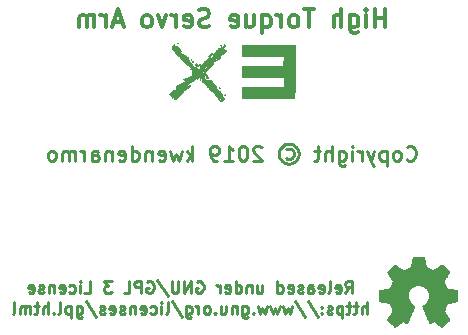
<source format=gbo>
G04 #@! TF.FileFunction,Legend,Bot*
%FSLAX46Y46*%
G04 Gerber Fmt 4.6, Leading zero omitted, Abs format (unit mm)*
G04 Created by KiCad (PCBNEW 4.0.7-e2-6376~61~ubuntu18.04.1) date Mon Jan  6 20:04:38 2020*
%MOMM*%
%LPD*%
G01*
G04 APERTURE LIST*
%ADD10C,0.100000*%
%ADD11C,0.254000*%
%ADD12C,0.304800*%
%ADD13C,0.010000*%
G04 APERTURE END LIST*
D10*
D11*
X59593236Y-34114619D02*
X59931902Y-33630810D01*
X60173807Y-34114619D02*
X60173807Y-33098619D01*
X59786760Y-33098619D01*
X59689998Y-33147000D01*
X59641617Y-33195381D01*
X59593236Y-33292143D01*
X59593236Y-33437286D01*
X59641617Y-33534048D01*
X59689998Y-33582429D01*
X59786760Y-33630810D01*
X60173807Y-33630810D01*
X58770760Y-34066238D02*
X58867522Y-34114619D01*
X59061045Y-34114619D01*
X59157807Y-34066238D01*
X59206188Y-33969476D01*
X59206188Y-33582429D01*
X59157807Y-33485667D01*
X59061045Y-33437286D01*
X58867522Y-33437286D01*
X58770760Y-33485667D01*
X58722379Y-33582429D01*
X58722379Y-33679190D01*
X59206188Y-33775952D01*
X58141807Y-34114619D02*
X58238569Y-34066238D01*
X58286950Y-33969476D01*
X58286950Y-33098619D01*
X57367713Y-34066238D02*
X57464475Y-34114619D01*
X57657998Y-34114619D01*
X57754760Y-34066238D01*
X57803141Y-33969476D01*
X57803141Y-33582429D01*
X57754760Y-33485667D01*
X57657998Y-33437286D01*
X57464475Y-33437286D01*
X57367713Y-33485667D01*
X57319332Y-33582429D01*
X57319332Y-33679190D01*
X57803141Y-33775952D01*
X56448475Y-34114619D02*
X56448475Y-33582429D01*
X56496856Y-33485667D01*
X56593618Y-33437286D01*
X56787141Y-33437286D01*
X56883903Y-33485667D01*
X56448475Y-34066238D02*
X56545237Y-34114619D01*
X56787141Y-34114619D01*
X56883903Y-34066238D01*
X56932284Y-33969476D01*
X56932284Y-33872714D01*
X56883903Y-33775952D01*
X56787141Y-33727571D01*
X56545237Y-33727571D01*
X56448475Y-33679190D01*
X56013046Y-34066238D02*
X55916284Y-34114619D01*
X55722760Y-34114619D01*
X55625999Y-34066238D01*
X55577618Y-33969476D01*
X55577618Y-33921095D01*
X55625999Y-33824333D01*
X55722760Y-33775952D01*
X55867903Y-33775952D01*
X55964665Y-33727571D01*
X56013046Y-33630810D01*
X56013046Y-33582429D01*
X55964665Y-33485667D01*
X55867903Y-33437286D01*
X55722760Y-33437286D01*
X55625999Y-33485667D01*
X54755142Y-34066238D02*
X54851904Y-34114619D01*
X55045427Y-34114619D01*
X55142189Y-34066238D01*
X55190570Y-33969476D01*
X55190570Y-33582429D01*
X55142189Y-33485667D01*
X55045427Y-33437286D01*
X54851904Y-33437286D01*
X54755142Y-33485667D01*
X54706761Y-33582429D01*
X54706761Y-33679190D01*
X55190570Y-33775952D01*
X53835904Y-34114619D02*
X53835904Y-33098619D01*
X53835904Y-34066238D02*
X53932666Y-34114619D01*
X54126189Y-34114619D01*
X54222951Y-34066238D01*
X54271332Y-34017857D01*
X54319713Y-33921095D01*
X54319713Y-33630810D01*
X54271332Y-33534048D01*
X54222951Y-33485667D01*
X54126189Y-33437286D01*
X53932666Y-33437286D01*
X53835904Y-33485667D01*
X52142571Y-33437286D02*
X52142571Y-34114619D01*
X52577999Y-33437286D02*
X52577999Y-33969476D01*
X52529618Y-34066238D01*
X52432856Y-34114619D01*
X52287714Y-34114619D01*
X52190952Y-34066238D01*
X52142571Y-34017857D01*
X51658761Y-33437286D02*
X51658761Y-34114619D01*
X51658761Y-33534048D02*
X51610380Y-33485667D01*
X51513618Y-33437286D01*
X51368476Y-33437286D01*
X51271714Y-33485667D01*
X51223333Y-33582429D01*
X51223333Y-34114619D01*
X50304095Y-34114619D02*
X50304095Y-33098619D01*
X50304095Y-34066238D02*
X50400857Y-34114619D01*
X50594380Y-34114619D01*
X50691142Y-34066238D01*
X50739523Y-34017857D01*
X50787904Y-33921095D01*
X50787904Y-33630810D01*
X50739523Y-33534048D01*
X50691142Y-33485667D01*
X50594380Y-33437286D01*
X50400857Y-33437286D01*
X50304095Y-33485667D01*
X49433238Y-34066238D02*
X49530000Y-34114619D01*
X49723523Y-34114619D01*
X49820285Y-34066238D01*
X49868666Y-33969476D01*
X49868666Y-33582429D01*
X49820285Y-33485667D01*
X49723523Y-33437286D01*
X49530000Y-33437286D01*
X49433238Y-33485667D01*
X49384857Y-33582429D01*
X49384857Y-33679190D01*
X49868666Y-33775952D01*
X48949428Y-34114619D02*
X48949428Y-33437286D01*
X48949428Y-33630810D02*
X48901047Y-33534048D01*
X48852666Y-33485667D01*
X48755904Y-33437286D01*
X48659143Y-33437286D01*
X47014191Y-33147000D02*
X47110953Y-33098619D01*
X47256096Y-33098619D01*
X47401238Y-33147000D01*
X47498000Y-33243762D01*
X47546381Y-33340524D01*
X47594762Y-33534048D01*
X47594762Y-33679190D01*
X47546381Y-33872714D01*
X47498000Y-33969476D01*
X47401238Y-34066238D01*
X47256096Y-34114619D01*
X47159334Y-34114619D01*
X47014191Y-34066238D01*
X46965810Y-34017857D01*
X46965810Y-33679190D01*
X47159334Y-33679190D01*
X46530381Y-34114619D02*
X46530381Y-33098619D01*
X45949810Y-34114619D01*
X45949810Y-33098619D01*
X45466000Y-33098619D02*
X45466000Y-33921095D01*
X45417619Y-34017857D01*
X45369238Y-34066238D01*
X45272476Y-34114619D01*
X45078953Y-34114619D01*
X44982191Y-34066238D01*
X44933810Y-34017857D01*
X44885429Y-33921095D01*
X44885429Y-33098619D01*
X43675905Y-33050238D02*
X44546762Y-34356524D01*
X42805048Y-33147000D02*
X42901810Y-33098619D01*
X43046953Y-33098619D01*
X43192095Y-33147000D01*
X43288857Y-33243762D01*
X43337238Y-33340524D01*
X43385619Y-33534048D01*
X43385619Y-33679190D01*
X43337238Y-33872714D01*
X43288857Y-33969476D01*
X43192095Y-34066238D01*
X43046953Y-34114619D01*
X42950191Y-34114619D01*
X42805048Y-34066238D01*
X42756667Y-34017857D01*
X42756667Y-33679190D01*
X42950191Y-33679190D01*
X42321238Y-34114619D02*
X42321238Y-33098619D01*
X41934191Y-33098619D01*
X41837429Y-33147000D01*
X41789048Y-33195381D01*
X41740667Y-33292143D01*
X41740667Y-33437286D01*
X41789048Y-33534048D01*
X41837429Y-33582429D01*
X41934191Y-33630810D01*
X42321238Y-33630810D01*
X40821429Y-34114619D02*
X41305238Y-34114619D01*
X41305238Y-33098619D01*
X39805429Y-33098619D02*
X39176477Y-33098619D01*
X39515143Y-33485667D01*
X39370001Y-33485667D01*
X39273239Y-33534048D01*
X39224858Y-33582429D01*
X39176477Y-33679190D01*
X39176477Y-33921095D01*
X39224858Y-34017857D01*
X39273239Y-34066238D01*
X39370001Y-34114619D01*
X39660286Y-34114619D01*
X39757048Y-34066238D01*
X39805429Y-34017857D01*
X37483144Y-34114619D02*
X37966953Y-34114619D01*
X37966953Y-33098619D01*
X37144477Y-34114619D02*
X37144477Y-33437286D01*
X37144477Y-33098619D02*
X37192858Y-33147000D01*
X37144477Y-33195381D01*
X37096096Y-33147000D01*
X37144477Y-33098619D01*
X37144477Y-33195381D01*
X36225239Y-34066238D02*
X36322001Y-34114619D01*
X36515524Y-34114619D01*
X36612286Y-34066238D01*
X36660667Y-34017857D01*
X36709048Y-33921095D01*
X36709048Y-33630810D01*
X36660667Y-33534048D01*
X36612286Y-33485667D01*
X36515524Y-33437286D01*
X36322001Y-33437286D01*
X36225239Y-33485667D01*
X35402763Y-34066238D02*
X35499525Y-34114619D01*
X35693048Y-34114619D01*
X35789810Y-34066238D01*
X35838191Y-33969476D01*
X35838191Y-33582429D01*
X35789810Y-33485667D01*
X35693048Y-33437286D01*
X35499525Y-33437286D01*
X35402763Y-33485667D01*
X35354382Y-33582429D01*
X35354382Y-33679190D01*
X35838191Y-33775952D01*
X34918953Y-33437286D02*
X34918953Y-34114619D01*
X34918953Y-33534048D02*
X34870572Y-33485667D01*
X34773810Y-33437286D01*
X34628668Y-33437286D01*
X34531906Y-33485667D01*
X34483525Y-33582429D01*
X34483525Y-34114619D01*
X34048096Y-34066238D02*
X33951334Y-34114619D01*
X33757810Y-34114619D01*
X33661049Y-34066238D01*
X33612668Y-33969476D01*
X33612668Y-33921095D01*
X33661049Y-33824333D01*
X33757810Y-33775952D01*
X33902953Y-33775952D01*
X33999715Y-33727571D01*
X34048096Y-33630810D01*
X34048096Y-33582429D01*
X33999715Y-33485667D01*
X33902953Y-33437286D01*
X33757810Y-33437286D01*
X33661049Y-33485667D01*
X32790192Y-34066238D02*
X32886954Y-34114619D01*
X33080477Y-34114619D01*
X33177239Y-34066238D01*
X33225620Y-33969476D01*
X33225620Y-33582429D01*
X33177239Y-33485667D01*
X33080477Y-33437286D01*
X32886954Y-33437286D01*
X32790192Y-33485667D01*
X32741811Y-33582429D01*
X32741811Y-33679190D01*
X33225620Y-33775952D01*
X61431713Y-35892619D02*
X61431713Y-34876619D01*
X60996285Y-35892619D02*
X60996285Y-35360429D01*
X61044666Y-35263667D01*
X61141428Y-35215286D01*
X61286570Y-35215286D01*
X61383332Y-35263667D01*
X61431713Y-35312048D01*
X60657618Y-35215286D02*
X60270570Y-35215286D01*
X60512475Y-34876619D02*
X60512475Y-35747476D01*
X60464094Y-35844238D01*
X60367332Y-35892619D01*
X60270570Y-35892619D01*
X60077047Y-35215286D02*
X59689999Y-35215286D01*
X59931904Y-34876619D02*
X59931904Y-35747476D01*
X59883523Y-35844238D01*
X59786761Y-35892619D01*
X59689999Y-35892619D01*
X59351333Y-35215286D02*
X59351333Y-36231286D01*
X59351333Y-35263667D02*
X59254571Y-35215286D01*
X59061048Y-35215286D01*
X58964286Y-35263667D01*
X58915905Y-35312048D01*
X58867524Y-35408810D01*
X58867524Y-35699095D01*
X58915905Y-35795857D01*
X58964286Y-35844238D01*
X59061048Y-35892619D01*
X59254571Y-35892619D01*
X59351333Y-35844238D01*
X58480476Y-35844238D02*
X58383714Y-35892619D01*
X58190190Y-35892619D01*
X58093429Y-35844238D01*
X58045048Y-35747476D01*
X58045048Y-35699095D01*
X58093429Y-35602333D01*
X58190190Y-35553952D01*
X58335333Y-35553952D01*
X58432095Y-35505571D01*
X58480476Y-35408810D01*
X58480476Y-35360429D01*
X58432095Y-35263667D01*
X58335333Y-35215286D01*
X58190190Y-35215286D01*
X58093429Y-35263667D01*
X57609619Y-35795857D02*
X57561238Y-35844238D01*
X57609619Y-35892619D01*
X57658000Y-35844238D01*
X57609619Y-35795857D01*
X57609619Y-35892619D01*
X57609619Y-35263667D02*
X57561238Y-35312048D01*
X57609619Y-35360429D01*
X57658000Y-35312048D01*
X57609619Y-35263667D01*
X57609619Y-35360429D01*
X56400095Y-34828238D02*
X57270952Y-36134524D01*
X55335714Y-34828238D02*
X56206571Y-36134524D01*
X55093809Y-35215286D02*
X54900285Y-35892619D01*
X54706762Y-35408810D01*
X54513238Y-35892619D01*
X54319714Y-35215286D01*
X54029428Y-35215286D02*
X53835904Y-35892619D01*
X53642381Y-35408810D01*
X53448857Y-35892619D01*
X53255333Y-35215286D01*
X52965047Y-35215286D02*
X52771523Y-35892619D01*
X52578000Y-35408810D01*
X52384476Y-35892619D01*
X52190952Y-35215286D01*
X51803904Y-35795857D02*
X51755523Y-35844238D01*
X51803904Y-35892619D01*
X51852285Y-35844238D01*
X51803904Y-35795857D01*
X51803904Y-35892619D01*
X50884666Y-35215286D02*
X50884666Y-36037762D01*
X50933047Y-36134524D01*
X50981428Y-36182905D01*
X51078189Y-36231286D01*
X51223332Y-36231286D01*
X51320094Y-36182905D01*
X50884666Y-35844238D02*
X50981428Y-35892619D01*
X51174951Y-35892619D01*
X51271713Y-35844238D01*
X51320094Y-35795857D01*
X51368475Y-35699095D01*
X51368475Y-35408810D01*
X51320094Y-35312048D01*
X51271713Y-35263667D01*
X51174951Y-35215286D01*
X50981428Y-35215286D01*
X50884666Y-35263667D01*
X50400856Y-35215286D02*
X50400856Y-35892619D01*
X50400856Y-35312048D02*
X50352475Y-35263667D01*
X50255713Y-35215286D01*
X50110571Y-35215286D01*
X50013809Y-35263667D01*
X49965428Y-35360429D01*
X49965428Y-35892619D01*
X49046190Y-35215286D02*
X49046190Y-35892619D01*
X49481618Y-35215286D02*
X49481618Y-35747476D01*
X49433237Y-35844238D01*
X49336475Y-35892619D01*
X49191333Y-35892619D01*
X49094571Y-35844238D01*
X49046190Y-35795857D01*
X48562380Y-35795857D02*
X48513999Y-35844238D01*
X48562380Y-35892619D01*
X48610761Y-35844238D01*
X48562380Y-35795857D01*
X48562380Y-35892619D01*
X47933427Y-35892619D02*
X48030189Y-35844238D01*
X48078570Y-35795857D01*
X48126951Y-35699095D01*
X48126951Y-35408810D01*
X48078570Y-35312048D01*
X48030189Y-35263667D01*
X47933427Y-35215286D01*
X47788285Y-35215286D01*
X47691523Y-35263667D01*
X47643142Y-35312048D01*
X47594761Y-35408810D01*
X47594761Y-35699095D01*
X47643142Y-35795857D01*
X47691523Y-35844238D01*
X47788285Y-35892619D01*
X47933427Y-35892619D01*
X47159332Y-35892619D02*
X47159332Y-35215286D01*
X47159332Y-35408810D02*
X47110951Y-35312048D01*
X47062570Y-35263667D01*
X46965808Y-35215286D01*
X46869047Y-35215286D01*
X46094952Y-35215286D02*
X46094952Y-36037762D01*
X46143333Y-36134524D01*
X46191714Y-36182905D01*
X46288475Y-36231286D01*
X46433618Y-36231286D01*
X46530380Y-36182905D01*
X46094952Y-35844238D02*
X46191714Y-35892619D01*
X46385237Y-35892619D01*
X46481999Y-35844238D01*
X46530380Y-35795857D01*
X46578761Y-35699095D01*
X46578761Y-35408810D01*
X46530380Y-35312048D01*
X46481999Y-35263667D01*
X46385237Y-35215286D01*
X46191714Y-35215286D01*
X46094952Y-35263667D01*
X44885428Y-34828238D02*
X45756285Y-36134524D01*
X44401618Y-35892619D02*
X44498380Y-35844238D01*
X44546761Y-35747476D01*
X44546761Y-34876619D01*
X44014571Y-35892619D02*
X44014571Y-35215286D01*
X44014571Y-34876619D02*
X44062952Y-34925000D01*
X44014571Y-34973381D01*
X43966190Y-34925000D01*
X44014571Y-34876619D01*
X44014571Y-34973381D01*
X43095333Y-35844238D02*
X43192095Y-35892619D01*
X43385618Y-35892619D01*
X43482380Y-35844238D01*
X43530761Y-35795857D01*
X43579142Y-35699095D01*
X43579142Y-35408810D01*
X43530761Y-35312048D01*
X43482380Y-35263667D01*
X43385618Y-35215286D01*
X43192095Y-35215286D01*
X43095333Y-35263667D01*
X42272857Y-35844238D02*
X42369619Y-35892619D01*
X42563142Y-35892619D01*
X42659904Y-35844238D01*
X42708285Y-35747476D01*
X42708285Y-35360429D01*
X42659904Y-35263667D01*
X42563142Y-35215286D01*
X42369619Y-35215286D01*
X42272857Y-35263667D01*
X42224476Y-35360429D01*
X42224476Y-35457190D01*
X42708285Y-35553952D01*
X41789047Y-35215286D02*
X41789047Y-35892619D01*
X41789047Y-35312048D02*
X41740666Y-35263667D01*
X41643904Y-35215286D01*
X41498762Y-35215286D01*
X41402000Y-35263667D01*
X41353619Y-35360429D01*
X41353619Y-35892619D01*
X40918190Y-35844238D02*
X40821428Y-35892619D01*
X40627904Y-35892619D01*
X40531143Y-35844238D01*
X40482762Y-35747476D01*
X40482762Y-35699095D01*
X40531143Y-35602333D01*
X40627904Y-35553952D01*
X40773047Y-35553952D01*
X40869809Y-35505571D01*
X40918190Y-35408810D01*
X40918190Y-35360429D01*
X40869809Y-35263667D01*
X40773047Y-35215286D01*
X40627904Y-35215286D01*
X40531143Y-35263667D01*
X39660286Y-35844238D02*
X39757048Y-35892619D01*
X39950571Y-35892619D01*
X40047333Y-35844238D01*
X40095714Y-35747476D01*
X40095714Y-35360429D01*
X40047333Y-35263667D01*
X39950571Y-35215286D01*
X39757048Y-35215286D01*
X39660286Y-35263667D01*
X39611905Y-35360429D01*
X39611905Y-35457190D01*
X40095714Y-35553952D01*
X39224857Y-35844238D02*
X39128095Y-35892619D01*
X38934571Y-35892619D01*
X38837810Y-35844238D01*
X38789429Y-35747476D01*
X38789429Y-35699095D01*
X38837810Y-35602333D01*
X38934571Y-35553952D01*
X39079714Y-35553952D01*
X39176476Y-35505571D01*
X39224857Y-35408810D01*
X39224857Y-35360429D01*
X39176476Y-35263667D01*
X39079714Y-35215286D01*
X38934571Y-35215286D01*
X38837810Y-35263667D01*
X37628286Y-34828238D02*
X38499143Y-36134524D01*
X36854191Y-35215286D02*
X36854191Y-36037762D01*
X36902572Y-36134524D01*
X36950953Y-36182905D01*
X37047714Y-36231286D01*
X37192857Y-36231286D01*
X37289619Y-36182905D01*
X36854191Y-35844238D02*
X36950953Y-35892619D01*
X37144476Y-35892619D01*
X37241238Y-35844238D01*
X37289619Y-35795857D01*
X37338000Y-35699095D01*
X37338000Y-35408810D01*
X37289619Y-35312048D01*
X37241238Y-35263667D01*
X37144476Y-35215286D01*
X36950953Y-35215286D01*
X36854191Y-35263667D01*
X36370381Y-35215286D02*
X36370381Y-36231286D01*
X36370381Y-35263667D02*
X36273619Y-35215286D01*
X36080096Y-35215286D01*
X35983334Y-35263667D01*
X35934953Y-35312048D01*
X35886572Y-35408810D01*
X35886572Y-35699095D01*
X35934953Y-35795857D01*
X35983334Y-35844238D01*
X36080096Y-35892619D01*
X36273619Y-35892619D01*
X36370381Y-35844238D01*
X35306000Y-35892619D02*
X35402762Y-35844238D01*
X35451143Y-35747476D01*
X35451143Y-34876619D01*
X34918953Y-35795857D02*
X34870572Y-35844238D01*
X34918953Y-35892619D01*
X34967334Y-35844238D01*
X34918953Y-35795857D01*
X34918953Y-35892619D01*
X34435143Y-35892619D02*
X34435143Y-34876619D01*
X33999715Y-35892619D02*
X33999715Y-35360429D01*
X34048096Y-35263667D01*
X34144858Y-35215286D01*
X34290000Y-35215286D01*
X34386762Y-35263667D01*
X34435143Y-35312048D01*
X33661048Y-35215286D02*
X33274000Y-35215286D01*
X33515905Y-34876619D02*
X33515905Y-35747476D01*
X33467524Y-35844238D01*
X33370762Y-35892619D01*
X33274000Y-35892619D01*
X32935334Y-35892619D02*
X32935334Y-35215286D01*
X32935334Y-35312048D02*
X32886953Y-35263667D01*
X32790191Y-35215286D01*
X32645049Y-35215286D01*
X32548287Y-35263667D01*
X32499906Y-35360429D01*
X32499906Y-35892619D01*
X32499906Y-35360429D02*
X32451525Y-35263667D01*
X32354763Y-35215286D01*
X32209620Y-35215286D01*
X32112858Y-35263667D01*
X32064477Y-35360429D01*
X32064477Y-35892619D01*
X31435524Y-35892619D02*
X31532286Y-35844238D01*
X31580667Y-35747476D01*
X31580667Y-34876619D01*
D12*
X62954001Y-11611429D02*
X62954001Y-10087429D01*
X62954001Y-10813143D02*
X62083144Y-10813143D01*
X62083144Y-11611429D02*
X62083144Y-10087429D01*
X61357430Y-11611429D02*
X61357430Y-10595429D01*
X61357430Y-10087429D02*
X61430001Y-10160000D01*
X61357430Y-10232571D01*
X61284858Y-10160000D01*
X61357430Y-10087429D01*
X61357430Y-10232571D01*
X59978573Y-10595429D02*
X59978573Y-11829143D01*
X60051144Y-11974286D01*
X60123716Y-12046857D01*
X60268859Y-12119429D01*
X60486573Y-12119429D01*
X60631716Y-12046857D01*
X59978573Y-11538857D02*
X60123716Y-11611429D01*
X60414002Y-11611429D01*
X60559144Y-11538857D01*
X60631716Y-11466286D01*
X60704287Y-11321143D01*
X60704287Y-10885714D01*
X60631716Y-10740571D01*
X60559144Y-10668000D01*
X60414002Y-10595429D01*
X60123716Y-10595429D01*
X59978573Y-10668000D01*
X59252859Y-11611429D02*
X59252859Y-10087429D01*
X58599716Y-11611429D02*
X58599716Y-10813143D01*
X58672287Y-10668000D01*
X58817430Y-10595429D01*
X59035145Y-10595429D01*
X59180287Y-10668000D01*
X59252859Y-10740571D01*
X56930573Y-10087429D02*
X56059716Y-10087429D01*
X56495145Y-11611429D02*
X56495145Y-10087429D01*
X55334002Y-11611429D02*
X55479144Y-11538857D01*
X55551716Y-11466286D01*
X55624287Y-11321143D01*
X55624287Y-10885714D01*
X55551716Y-10740571D01*
X55479144Y-10668000D01*
X55334002Y-10595429D01*
X55116287Y-10595429D01*
X54971144Y-10668000D01*
X54898573Y-10740571D01*
X54826002Y-10885714D01*
X54826002Y-11321143D01*
X54898573Y-11466286D01*
X54971144Y-11538857D01*
X55116287Y-11611429D01*
X55334002Y-11611429D01*
X54172859Y-11611429D02*
X54172859Y-10595429D01*
X54172859Y-10885714D02*
X54100287Y-10740571D01*
X54027716Y-10668000D01*
X53882573Y-10595429D01*
X53737430Y-10595429D01*
X52576287Y-10595429D02*
X52576287Y-12119429D01*
X52576287Y-11538857D02*
X52721430Y-11611429D01*
X53011716Y-11611429D01*
X53156858Y-11538857D01*
X53229430Y-11466286D01*
X53302001Y-11321143D01*
X53302001Y-10885714D01*
X53229430Y-10740571D01*
X53156858Y-10668000D01*
X53011716Y-10595429D01*
X52721430Y-10595429D01*
X52576287Y-10668000D01*
X51197430Y-10595429D02*
X51197430Y-11611429D01*
X51850573Y-10595429D02*
X51850573Y-11393714D01*
X51778001Y-11538857D01*
X51632859Y-11611429D01*
X51415144Y-11611429D01*
X51270001Y-11538857D01*
X51197430Y-11466286D01*
X49891144Y-11538857D02*
X50036287Y-11611429D01*
X50326573Y-11611429D01*
X50471716Y-11538857D01*
X50544287Y-11393714D01*
X50544287Y-10813143D01*
X50471716Y-10668000D01*
X50326573Y-10595429D01*
X50036287Y-10595429D01*
X49891144Y-10668000D01*
X49818573Y-10813143D01*
X49818573Y-10958286D01*
X50544287Y-11103429D01*
X48076858Y-11538857D02*
X47859144Y-11611429D01*
X47496287Y-11611429D01*
X47351144Y-11538857D01*
X47278573Y-11466286D01*
X47206001Y-11321143D01*
X47206001Y-11176000D01*
X47278573Y-11030857D01*
X47351144Y-10958286D01*
X47496287Y-10885714D01*
X47786573Y-10813143D01*
X47931715Y-10740571D01*
X48004287Y-10668000D01*
X48076858Y-10522857D01*
X48076858Y-10377714D01*
X48004287Y-10232571D01*
X47931715Y-10160000D01*
X47786573Y-10087429D01*
X47423715Y-10087429D01*
X47206001Y-10160000D01*
X45972286Y-11538857D02*
X46117429Y-11611429D01*
X46407715Y-11611429D01*
X46552858Y-11538857D01*
X46625429Y-11393714D01*
X46625429Y-10813143D01*
X46552858Y-10668000D01*
X46407715Y-10595429D01*
X46117429Y-10595429D01*
X45972286Y-10668000D01*
X45899715Y-10813143D01*
X45899715Y-10958286D01*
X46625429Y-11103429D01*
X45246572Y-11611429D02*
X45246572Y-10595429D01*
X45246572Y-10885714D02*
X45174000Y-10740571D01*
X45101429Y-10668000D01*
X44956286Y-10595429D01*
X44811143Y-10595429D01*
X44448286Y-10595429D02*
X44085429Y-11611429D01*
X43722571Y-10595429D01*
X42924286Y-11611429D02*
X43069428Y-11538857D01*
X43142000Y-11466286D01*
X43214571Y-11321143D01*
X43214571Y-10885714D01*
X43142000Y-10740571D01*
X43069428Y-10668000D01*
X42924286Y-10595429D01*
X42706571Y-10595429D01*
X42561428Y-10668000D01*
X42488857Y-10740571D01*
X42416286Y-10885714D01*
X42416286Y-11321143D01*
X42488857Y-11466286D01*
X42561428Y-11538857D01*
X42706571Y-11611429D01*
X42924286Y-11611429D01*
X40674571Y-11176000D02*
X39948857Y-11176000D01*
X40819714Y-11611429D02*
X40311714Y-10087429D01*
X39803714Y-11611429D01*
X39295714Y-11611429D02*
X39295714Y-10595429D01*
X39295714Y-10885714D02*
X39223142Y-10740571D01*
X39150571Y-10668000D01*
X39005428Y-10595429D01*
X38860285Y-10595429D01*
X38352285Y-11611429D02*
X38352285Y-10595429D01*
X38352285Y-10740571D02*
X38279713Y-10668000D01*
X38134571Y-10595429D01*
X37916856Y-10595429D01*
X37771713Y-10668000D01*
X37699142Y-10813143D01*
X37699142Y-11611429D01*
X37699142Y-10813143D02*
X37626571Y-10668000D01*
X37481428Y-10595429D01*
X37263713Y-10595429D01*
X37118571Y-10668000D01*
X37045999Y-10813143D01*
X37045999Y-11611429D01*
D11*
X64786429Y-22805571D02*
X64846905Y-22866048D01*
X65028334Y-22926524D01*
X65149286Y-22926524D01*
X65330714Y-22866048D01*
X65451667Y-22745095D01*
X65512143Y-22624143D01*
X65572619Y-22382238D01*
X65572619Y-22200810D01*
X65512143Y-21958905D01*
X65451667Y-21837952D01*
X65330714Y-21717000D01*
X65149286Y-21656524D01*
X65028334Y-21656524D01*
X64846905Y-21717000D01*
X64786429Y-21777476D01*
X64060714Y-22926524D02*
X64181667Y-22866048D01*
X64242143Y-22805571D01*
X64302619Y-22684619D01*
X64302619Y-22321762D01*
X64242143Y-22200810D01*
X64181667Y-22140333D01*
X64060714Y-22079857D01*
X63879286Y-22079857D01*
X63758334Y-22140333D01*
X63697857Y-22200810D01*
X63637381Y-22321762D01*
X63637381Y-22684619D01*
X63697857Y-22805571D01*
X63758334Y-22866048D01*
X63879286Y-22926524D01*
X64060714Y-22926524D01*
X63093095Y-22079857D02*
X63093095Y-23349857D01*
X63093095Y-22140333D02*
X62972143Y-22079857D01*
X62730238Y-22079857D01*
X62609286Y-22140333D01*
X62548809Y-22200810D01*
X62488333Y-22321762D01*
X62488333Y-22684619D01*
X62548809Y-22805571D01*
X62609286Y-22866048D01*
X62730238Y-22926524D01*
X62972143Y-22926524D01*
X63093095Y-22866048D01*
X62064999Y-22079857D02*
X61762618Y-22926524D01*
X61460238Y-22079857D02*
X61762618Y-22926524D01*
X61883571Y-23228905D01*
X61944047Y-23289381D01*
X62064999Y-23349857D01*
X60976428Y-22926524D02*
X60976428Y-22079857D01*
X60976428Y-22321762D02*
X60915952Y-22200810D01*
X60855476Y-22140333D01*
X60734523Y-22079857D01*
X60613571Y-22079857D01*
X60190238Y-22926524D02*
X60190238Y-22079857D01*
X60190238Y-21656524D02*
X60250714Y-21717000D01*
X60190238Y-21777476D01*
X60129762Y-21717000D01*
X60190238Y-21656524D01*
X60190238Y-21777476D01*
X59041190Y-22079857D02*
X59041190Y-23107952D01*
X59101667Y-23228905D01*
X59162143Y-23289381D01*
X59283095Y-23349857D01*
X59464524Y-23349857D01*
X59585476Y-23289381D01*
X59041190Y-22866048D02*
X59162143Y-22926524D01*
X59404047Y-22926524D01*
X59525000Y-22866048D01*
X59585476Y-22805571D01*
X59645952Y-22684619D01*
X59645952Y-22321762D01*
X59585476Y-22200810D01*
X59525000Y-22140333D01*
X59404047Y-22079857D01*
X59162143Y-22079857D01*
X59041190Y-22140333D01*
X58436428Y-22926524D02*
X58436428Y-21656524D01*
X57892142Y-22926524D02*
X57892142Y-22261286D01*
X57952619Y-22140333D01*
X58073571Y-22079857D01*
X58254999Y-22079857D01*
X58375952Y-22140333D01*
X58436428Y-22200810D01*
X57468809Y-22079857D02*
X56984999Y-22079857D01*
X57287380Y-21656524D02*
X57287380Y-22745095D01*
X57226904Y-22866048D01*
X57105951Y-22926524D01*
X56984999Y-22926524D01*
X54565952Y-21958905D02*
X54686904Y-21898429D01*
X54928809Y-21898429D01*
X55049761Y-21958905D01*
X55170714Y-22079857D01*
X55231190Y-22200810D01*
X55231190Y-22442714D01*
X55170714Y-22563667D01*
X55049761Y-22684619D01*
X54928809Y-22745095D01*
X54686904Y-22745095D01*
X54565952Y-22684619D01*
X54807857Y-21475095D02*
X55110238Y-21535571D01*
X55412618Y-21717000D01*
X55594047Y-22019381D01*
X55654523Y-22321762D01*
X55594047Y-22624143D01*
X55412618Y-22926524D01*
X55110238Y-23107952D01*
X54807857Y-23168429D01*
X54505476Y-23107952D01*
X54203095Y-22926524D01*
X54021666Y-22624143D01*
X53961190Y-22321762D01*
X54021666Y-22019381D01*
X54203095Y-21717000D01*
X54505476Y-21535571D01*
X54807857Y-21475095D01*
X52509761Y-21777476D02*
X52449285Y-21717000D01*
X52328333Y-21656524D01*
X52025952Y-21656524D01*
X51904999Y-21717000D01*
X51844523Y-21777476D01*
X51784047Y-21898429D01*
X51784047Y-22019381D01*
X51844523Y-22200810D01*
X52570237Y-22926524D01*
X51784047Y-22926524D01*
X50997856Y-21656524D02*
X50876904Y-21656524D01*
X50755952Y-21717000D01*
X50695475Y-21777476D01*
X50634999Y-21898429D01*
X50574523Y-22140333D01*
X50574523Y-22442714D01*
X50634999Y-22684619D01*
X50695475Y-22805571D01*
X50755952Y-22866048D01*
X50876904Y-22926524D01*
X50997856Y-22926524D01*
X51118809Y-22866048D01*
X51179285Y-22805571D01*
X51239761Y-22684619D01*
X51300237Y-22442714D01*
X51300237Y-22140333D01*
X51239761Y-21898429D01*
X51179285Y-21777476D01*
X51118809Y-21717000D01*
X50997856Y-21656524D01*
X49364999Y-22926524D02*
X50090713Y-22926524D01*
X49727856Y-22926524D02*
X49727856Y-21656524D01*
X49848808Y-21837952D01*
X49969761Y-21958905D01*
X50090713Y-22019381D01*
X48760237Y-22926524D02*
X48518332Y-22926524D01*
X48397380Y-22866048D01*
X48336904Y-22805571D01*
X48215951Y-22624143D01*
X48155475Y-22382238D01*
X48155475Y-21898429D01*
X48215951Y-21777476D01*
X48276427Y-21717000D01*
X48397380Y-21656524D01*
X48639284Y-21656524D01*
X48760237Y-21717000D01*
X48820713Y-21777476D01*
X48881189Y-21898429D01*
X48881189Y-22200810D01*
X48820713Y-22321762D01*
X48760237Y-22382238D01*
X48639284Y-22442714D01*
X48397380Y-22442714D01*
X48276427Y-22382238D01*
X48215951Y-22321762D01*
X48155475Y-22200810D01*
X46643570Y-22926524D02*
X46643570Y-21656524D01*
X46522618Y-22442714D02*
X46159761Y-22926524D01*
X46159761Y-22079857D02*
X46643570Y-22563667D01*
X45736427Y-22079857D02*
X45494523Y-22926524D01*
X45252618Y-22321762D01*
X45010713Y-22926524D01*
X44768808Y-22079857D01*
X43801190Y-22866048D02*
X43922142Y-22926524D01*
X44164047Y-22926524D01*
X44284999Y-22866048D01*
X44345475Y-22745095D01*
X44345475Y-22261286D01*
X44284999Y-22140333D01*
X44164047Y-22079857D01*
X43922142Y-22079857D01*
X43801190Y-22140333D01*
X43740713Y-22261286D01*
X43740713Y-22382238D01*
X44345475Y-22503190D01*
X43196428Y-22079857D02*
X43196428Y-22926524D01*
X43196428Y-22200810D02*
X43135952Y-22140333D01*
X43014999Y-22079857D01*
X42833571Y-22079857D01*
X42712619Y-22140333D01*
X42652142Y-22261286D01*
X42652142Y-22926524D01*
X41503094Y-22926524D02*
X41503094Y-21656524D01*
X41503094Y-22866048D02*
X41624047Y-22926524D01*
X41865951Y-22926524D01*
X41986904Y-22866048D01*
X42047380Y-22805571D01*
X42107856Y-22684619D01*
X42107856Y-22321762D01*
X42047380Y-22200810D01*
X41986904Y-22140333D01*
X41865951Y-22079857D01*
X41624047Y-22079857D01*
X41503094Y-22140333D01*
X40414523Y-22866048D02*
X40535475Y-22926524D01*
X40777380Y-22926524D01*
X40898332Y-22866048D01*
X40958808Y-22745095D01*
X40958808Y-22261286D01*
X40898332Y-22140333D01*
X40777380Y-22079857D01*
X40535475Y-22079857D01*
X40414523Y-22140333D01*
X40354046Y-22261286D01*
X40354046Y-22382238D01*
X40958808Y-22503190D01*
X39809761Y-22079857D02*
X39809761Y-22926524D01*
X39809761Y-22200810D02*
X39749285Y-22140333D01*
X39628332Y-22079857D01*
X39446904Y-22079857D01*
X39325952Y-22140333D01*
X39265475Y-22261286D01*
X39265475Y-22926524D01*
X38116427Y-22926524D02*
X38116427Y-22261286D01*
X38176904Y-22140333D01*
X38297856Y-22079857D01*
X38539761Y-22079857D01*
X38660713Y-22140333D01*
X38116427Y-22866048D02*
X38237380Y-22926524D01*
X38539761Y-22926524D01*
X38660713Y-22866048D01*
X38721189Y-22745095D01*
X38721189Y-22624143D01*
X38660713Y-22503190D01*
X38539761Y-22442714D01*
X38237380Y-22442714D01*
X38116427Y-22382238D01*
X37511665Y-22926524D02*
X37511665Y-22079857D01*
X37511665Y-22321762D02*
X37451189Y-22200810D01*
X37390713Y-22140333D01*
X37269760Y-22079857D01*
X37148808Y-22079857D01*
X36725475Y-22926524D02*
X36725475Y-22079857D01*
X36725475Y-22200810D02*
X36664999Y-22140333D01*
X36544046Y-22079857D01*
X36362618Y-22079857D01*
X36241666Y-22140333D01*
X36181189Y-22261286D01*
X36181189Y-22926524D01*
X36181189Y-22261286D02*
X36120713Y-22140333D01*
X35999761Y-22079857D01*
X35818332Y-22079857D01*
X35697380Y-22140333D01*
X35636904Y-22261286D01*
X35636904Y-22926524D01*
X34850713Y-22926524D02*
X34971666Y-22866048D01*
X35032142Y-22805571D01*
X35092618Y-22684619D01*
X35092618Y-22321762D01*
X35032142Y-22200810D01*
X34971666Y-22140333D01*
X34850713Y-22079857D01*
X34669285Y-22079857D01*
X34548333Y-22140333D01*
X34487856Y-22200810D01*
X34427380Y-22321762D01*
X34427380Y-22684619D01*
X34487856Y-22805571D01*
X34548333Y-22866048D01*
X34669285Y-22926524D01*
X34850713Y-22926524D01*
D13*
G36*
X65230186Y-31504931D02*
X65146365Y-31949555D01*
X64837080Y-32077053D01*
X64527794Y-32204551D01*
X64156754Y-31952246D01*
X64052843Y-31881996D01*
X63958913Y-31819272D01*
X63879348Y-31766938D01*
X63818530Y-31727857D01*
X63780843Y-31704893D01*
X63770579Y-31699942D01*
X63752090Y-31712676D01*
X63712580Y-31747882D01*
X63656478Y-31801062D01*
X63588213Y-31867718D01*
X63512214Y-31943354D01*
X63432908Y-32023472D01*
X63354725Y-32103574D01*
X63282093Y-32179164D01*
X63219441Y-32245745D01*
X63171197Y-32298818D01*
X63141790Y-32333887D01*
X63134759Y-32345623D01*
X63144877Y-32367260D01*
X63173241Y-32414662D01*
X63216871Y-32483193D01*
X63272782Y-32568215D01*
X63337994Y-32665093D01*
X63375781Y-32720350D01*
X63444657Y-32821248D01*
X63505860Y-32912299D01*
X63556422Y-32988970D01*
X63593372Y-33046728D01*
X63613742Y-33081043D01*
X63616803Y-33088254D01*
X63609864Y-33108748D01*
X63590949Y-33156513D01*
X63562913Y-33224832D01*
X63528609Y-33306989D01*
X63490891Y-33396270D01*
X63452613Y-33485958D01*
X63416630Y-33569338D01*
X63385794Y-33639694D01*
X63362961Y-33690310D01*
X63350983Y-33714471D01*
X63350276Y-33715422D01*
X63331469Y-33720036D01*
X63281382Y-33730328D01*
X63205207Y-33745287D01*
X63108135Y-33763901D01*
X62995357Y-33785159D01*
X62929558Y-33797418D01*
X62809050Y-33820362D01*
X62700203Y-33842195D01*
X62608524Y-33861722D01*
X62539519Y-33877748D01*
X62498696Y-33889079D01*
X62490489Y-33892674D01*
X62482452Y-33917006D01*
X62475967Y-33971959D01*
X62471030Y-34051108D01*
X62467636Y-34148026D01*
X62465782Y-34256287D01*
X62465462Y-34369465D01*
X62466673Y-34481135D01*
X62469410Y-34584868D01*
X62473669Y-34674241D01*
X62479445Y-34742826D01*
X62486733Y-34784197D01*
X62491105Y-34792810D01*
X62517236Y-34803133D01*
X62572607Y-34817892D01*
X62649893Y-34835352D01*
X62741770Y-34853780D01*
X62773842Y-34859741D01*
X62928476Y-34888066D01*
X63050625Y-34910876D01*
X63144327Y-34929080D01*
X63213616Y-34943583D01*
X63262529Y-34955292D01*
X63295103Y-34965115D01*
X63315372Y-34973956D01*
X63327374Y-34982724D01*
X63329053Y-34984457D01*
X63345816Y-35012371D01*
X63371386Y-35066695D01*
X63403212Y-35140777D01*
X63438740Y-35227965D01*
X63475417Y-35321608D01*
X63510689Y-35415052D01*
X63542004Y-35501647D01*
X63566807Y-35574740D01*
X63582546Y-35627678D01*
X63586668Y-35653811D01*
X63586324Y-35654726D01*
X63572359Y-35676086D01*
X63540678Y-35723084D01*
X63494609Y-35790827D01*
X63437482Y-35874423D01*
X63372627Y-35968982D01*
X63354157Y-35995854D01*
X63288301Y-36093275D01*
X63230350Y-36182163D01*
X63183462Y-36257412D01*
X63150793Y-36313920D01*
X63135500Y-36346581D01*
X63134759Y-36350593D01*
X63147608Y-36371684D01*
X63183112Y-36413464D01*
X63236707Y-36471445D01*
X63303829Y-36541135D01*
X63379913Y-36618045D01*
X63460396Y-36697683D01*
X63540713Y-36775561D01*
X63616301Y-36847186D01*
X63682595Y-36908070D01*
X63735031Y-36953721D01*
X63769045Y-36979650D01*
X63778455Y-36983883D01*
X63800357Y-36973912D01*
X63845200Y-36947020D01*
X63905679Y-36907736D01*
X63952211Y-36876117D01*
X64036525Y-36818098D01*
X64136374Y-36749784D01*
X64236527Y-36681579D01*
X64290373Y-36645075D01*
X64472629Y-36521800D01*
X64625619Y-36604520D01*
X64695318Y-36640759D01*
X64754586Y-36668926D01*
X64794689Y-36684991D01*
X64804897Y-36687226D01*
X64817171Y-36670722D01*
X64841387Y-36624082D01*
X64875737Y-36551609D01*
X64918412Y-36457606D01*
X64967606Y-36346374D01*
X65021510Y-36222215D01*
X65078316Y-36089432D01*
X65136218Y-35952327D01*
X65193407Y-35815202D01*
X65248076Y-35682358D01*
X65298416Y-35558098D01*
X65342620Y-35446725D01*
X65378881Y-35352539D01*
X65405391Y-35279844D01*
X65420342Y-35232941D01*
X65422746Y-35216833D01*
X65403689Y-35196286D01*
X65361964Y-35162933D01*
X65306294Y-35123702D01*
X65301622Y-35120599D01*
X65157736Y-35005423D01*
X65041717Y-34871053D01*
X64954570Y-34721784D01*
X64897301Y-34561913D01*
X64870914Y-34395737D01*
X64876415Y-34227552D01*
X64914810Y-34061655D01*
X64987105Y-33902342D01*
X65008374Y-33867487D01*
X65119004Y-33726737D01*
X65249698Y-33613714D01*
X65395936Y-33529003D01*
X65553192Y-33473194D01*
X65716943Y-33446874D01*
X65882667Y-33450630D01*
X66045838Y-33485050D01*
X66201935Y-33550723D01*
X66346433Y-33648235D01*
X66391131Y-33687813D01*
X66504888Y-33811703D01*
X66587782Y-33942124D01*
X66644644Y-34088315D01*
X66676313Y-34233088D01*
X66684131Y-34395860D01*
X66658062Y-34559440D01*
X66600755Y-34718298D01*
X66514856Y-34866906D01*
X66403014Y-34999735D01*
X66267877Y-35111256D01*
X66250117Y-35123011D01*
X66193850Y-35161508D01*
X66151077Y-35194863D01*
X66130628Y-35216160D01*
X66130331Y-35216833D01*
X66134721Y-35239871D01*
X66152124Y-35292157D01*
X66180732Y-35369390D01*
X66218735Y-35467268D01*
X66264326Y-35581491D01*
X66315697Y-35707758D01*
X66371038Y-35841767D01*
X66428542Y-35979218D01*
X66486399Y-36115808D01*
X66542802Y-36247237D01*
X66595942Y-36369205D01*
X66644010Y-36477409D01*
X66685199Y-36567549D01*
X66717699Y-36635323D01*
X66739703Y-36676430D01*
X66748564Y-36687226D01*
X66775640Y-36678819D01*
X66826303Y-36656272D01*
X66891817Y-36623613D01*
X66927841Y-36604520D01*
X67080832Y-36521800D01*
X67263088Y-36645075D01*
X67356125Y-36708228D01*
X67457985Y-36777727D01*
X67553438Y-36843165D01*
X67601250Y-36876117D01*
X67668495Y-36921273D01*
X67725436Y-36957057D01*
X67764646Y-36978938D01*
X67777381Y-36983563D01*
X67795917Y-36971085D01*
X67836941Y-36936252D01*
X67896475Y-36882678D01*
X67970542Y-36813983D01*
X68055165Y-36733781D01*
X68108685Y-36682286D01*
X68202319Y-36590286D01*
X68283241Y-36507999D01*
X68348177Y-36438945D01*
X68393858Y-36386644D01*
X68417011Y-36354616D01*
X68419232Y-36348116D01*
X68408924Y-36323394D01*
X68380439Y-36273405D01*
X68336937Y-36203212D01*
X68281577Y-36117875D01*
X68217520Y-36022456D01*
X68199303Y-35995854D01*
X68132927Y-35899167D01*
X68073378Y-35812117D01*
X68023984Y-35739595D01*
X67988075Y-35686493D01*
X67968981Y-35657703D01*
X67967136Y-35654726D01*
X67969895Y-35631782D01*
X67984538Y-35581336D01*
X68008513Y-35510041D01*
X68039266Y-35424547D01*
X68074244Y-35331507D01*
X68110893Y-35237574D01*
X68146661Y-35149399D01*
X68178994Y-35073634D01*
X68205338Y-35016931D01*
X68223142Y-34985943D01*
X68224407Y-34984457D01*
X68235294Y-34975601D01*
X68253682Y-34966843D01*
X68283606Y-34957277D01*
X68329103Y-34945996D01*
X68394209Y-34932093D01*
X68482961Y-34914663D01*
X68599393Y-34892798D01*
X68747542Y-34865591D01*
X68779618Y-34859741D01*
X68874686Y-34841374D01*
X68957565Y-34823405D01*
X69020930Y-34807569D01*
X69057458Y-34795600D01*
X69062356Y-34792810D01*
X69070427Y-34768072D01*
X69076987Y-34712790D01*
X69082033Y-34633389D01*
X69085559Y-34536296D01*
X69087561Y-34427938D01*
X69088036Y-34314740D01*
X69086977Y-34203128D01*
X69084382Y-34099529D01*
X69080246Y-34010368D01*
X69074563Y-33942072D01*
X69067331Y-33901066D01*
X69062971Y-33892674D01*
X69038698Y-33884208D01*
X68983426Y-33870435D01*
X68902662Y-33852550D01*
X68801912Y-33831748D01*
X68686683Y-33809223D01*
X68623902Y-33797418D01*
X68504787Y-33775151D01*
X68398565Y-33754979D01*
X68310427Y-33737915D01*
X68245566Y-33724969D01*
X68209174Y-33717155D01*
X68203184Y-33715422D01*
X68193061Y-33695890D01*
X68171662Y-33648843D01*
X68141839Y-33581003D01*
X68106445Y-33499091D01*
X68068332Y-33409828D01*
X68030353Y-33319935D01*
X67995360Y-33236135D01*
X67966206Y-33165147D01*
X67945743Y-33113694D01*
X67936823Y-33088497D01*
X67936657Y-33087396D01*
X67946769Y-33067519D01*
X67975117Y-33021777D01*
X68018723Y-32954717D01*
X68074606Y-32870884D01*
X68139787Y-32774826D01*
X68177679Y-32719650D01*
X68246725Y-32618481D01*
X68308050Y-32526630D01*
X68358663Y-32448744D01*
X68395571Y-32389469D01*
X68415782Y-32353451D01*
X68418701Y-32345377D01*
X68406153Y-32326584D01*
X68371463Y-32286457D01*
X68319063Y-32229493D01*
X68253384Y-32160185D01*
X68178856Y-32083031D01*
X68099913Y-32002525D01*
X68020983Y-31923163D01*
X67946500Y-31849440D01*
X67880894Y-31785852D01*
X67828596Y-31736894D01*
X67794039Y-31707061D01*
X67782478Y-31699942D01*
X67763654Y-31709953D01*
X67718631Y-31738078D01*
X67651787Y-31781454D01*
X67567499Y-31837218D01*
X67470144Y-31902506D01*
X67396707Y-31952246D01*
X67025667Y-32204551D01*
X66407095Y-31949555D01*
X66323275Y-31504931D01*
X66239454Y-31060307D01*
X65314006Y-31060307D01*
X65230186Y-31504931D01*
X65230186Y-31504931D01*
G37*
X65230186Y-31504931D02*
X65146365Y-31949555D01*
X64837080Y-32077053D01*
X64527794Y-32204551D01*
X64156754Y-31952246D01*
X64052843Y-31881996D01*
X63958913Y-31819272D01*
X63879348Y-31766938D01*
X63818530Y-31727857D01*
X63780843Y-31704893D01*
X63770579Y-31699942D01*
X63752090Y-31712676D01*
X63712580Y-31747882D01*
X63656478Y-31801062D01*
X63588213Y-31867718D01*
X63512214Y-31943354D01*
X63432908Y-32023472D01*
X63354725Y-32103574D01*
X63282093Y-32179164D01*
X63219441Y-32245745D01*
X63171197Y-32298818D01*
X63141790Y-32333887D01*
X63134759Y-32345623D01*
X63144877Y-32367260D01*
X63173241Y-32414662D01*
X63216871Y-32483193D01*
X63272782Y-32568215D01*
X63337994Y-32665093D01*
X63375781Y-32720350D01*
X63444657Y-32821248D01*
X63505860Y-32912299D01*
X63556422Y-32988970D01*
X63593372Y-33046728D01*
X63613742Y-33081043D01*
X63616803Y-33088254D01*
X63609864Y-33108748D01*
X63590949Y-33156513D01*
X63562913Y-33224832D01*
X63528609Y-33306989D01*
X63490891Y-33396270D01*
X63452613Y-33485958D01*
X63416630Y-33569338D01*
X63385794Y-33639694D01*
X63362961Y-33690310D01*
X63350983Y-33714471D01*
X63350276Y-33715422D01*
X63331469Y-33720036D01*
X63281382Y-33730328D01*
X63205207Y-33745287D01*
X63108135Y-33763901D01*
X62995357Y-33785159D01*
X62929558Y-33797418D01*
X62809050Y-33820362D01*
X62700203Y-33842195D01*
X62608524Y-33861722D01*
X62539519Y-33877748D01*
X62498696Y-33889079D01*
X62490489Y-33892674D01*
X62482452Y-33917006D01*
X62475967Y-33971959D01*
X62471030Y-34051108D01*
X62467636Y-34148026D01*
X62465782Y-34256287D01*
X62465462Y-34369465D01*
X62466673Y-34481135D01*
X62469410Y-34584868D01*
X62473669Y-34674241D01*
X62479445Y-34742826D01*
X62486733Y-34784197D01*
X62491105Y-34792810D01*
X62517236Y-34803133D01*
X62572607Y-34817892D01*
X62649893Y-34835352D01*
X62741770Y-34853780D01*
X62773842Y-34859741D01*
X62928476Y-34888066D01*
X63050625Y-34910876D01*
X63144327Y-34929080D01*
X63213616Y-34943583D01*
X63262529Y-34955292D01*
X63295103Y-34965115D01*
X63315372Y-34973956D01*
X63327374Y-34982724D01*
X63329053Y-34984457D01*
X63345816Y-35012371D01*
X63371386Y-35066695D01*
X63403212Y-35140777D01*
X63438740Y-35227965D01*
X63475417Y-35321608D01*
X63510689Y-35415052D01*
X63542004Y-35501647D01*
X63566807Y-35574740D01*
X63582546Y-35627678D01*
X63586668Y-35653811D01*
X63586324Y-35654726D01*
X63572359Y-35676086D01*
X63540678Y-35723084D01*
X63494609Y-35790827D01*
X63437482Y-35874423D01*
X63372627Y-35968982D01*
X63354157Y-35995854D01*
X63288301Y-36093275D01*
X63230350Y-36182163D01*
X63183462Y-36257412D01*
X63150793Y-36313920D01*
X63135500Y-36346581D01*
X63134759Y-36350593D01*
X63147608Y-36371684D01*
X63183112Y-36413464D01*
X63236707Y-36471445D01*
X63303829Y-36541135D01*
X63379913Y-36618045D01*
X63460396Y-36697683D01*
X63540713Y-36775561D01*
X63616301Y-36847186D01*
X63682595Y-36908070D01*
X63735031Y-36953721D01*
X63769045Y-36979650D01*
X63778455Y-36983883D01*
X63800357Y-36973912D01*
X63845200Y-36947020D01*
X63905679Y-36907736D01*
X63952211Y-36876117D01*
X64036525Y-36818098D01*
X64136374Y-36749784D01*
X64236527Y-36681579D01*
X64290373Y-36645075D01*
X64472629Y-36521800D01*
X64625619Y-36604520D01*
X64695318Y-36640759D01*
X64754586Y-36668926D01*
X64794689Y-36684991D01*
X64804897Y-36687226D01*
X64817171Y-36670722D01*
X64841387Y-36624082D01*
X64875737Y-36551609D01*
X64918412Y-36457606D01*
X64967606Y-36346374D01*
X65021510Y-36222215D01*
X65078316Y-36089432D01*
X65136218Y-35952327D01*
X65193407Y-35815202D01*
X65248076Y-35682358D01*
X65298416Y-35558098D01*
X65342620Y-35446725D01*
X65378881Y-35352539D01*
X65405391Y-35279844D01*
X65420342Y-35232941D01*
X65422746Y-35216833D01*
X65403689Y-35196286D01*
X65361964Y-35162933D01*
X65306294Y-35123702D01*
X65301622Y-35120599D01*
X65157736Y-35005423D01*
X65041717Y-34871053D01*
X64954570Y-34721784D01*
X64897301Y-34561913D01*
X64870914Y-34395737D01*
X64876415Y-34227552D01*
X64914810Y-34061655D01*
X64987105Y-33902342D01*
X65008374Y-33867487D01*
X65119004Y-33726737D01*
X65249698Y-33613714D01*
X65395936Y-33529003D01*
X65553192Y-33473194D01*
X65716943Y-33446874D01*
X65882667Y-33450630D01*
X66045838Y-33485050D01*
X66201935Y-33550723D01*
X66346433Y-33648235D01*
X66391131Y-33687813D01*
X66504888Y-33811703D01*
X66587782Y-33942124D01*
X66644644Y-34088315D01*
X66676313Y-34233088D01*
X66684131Y-34395860D01*
X66658062Y-34559440D01*
X66600755Y-34718298D01*
X66514856Y-34866906D01*
X66403014Y-34999735D01*
X66267877Y-35111256D01*
X66250117Y-35123011D01*
X66193850Y-35161508D01*
X66151077Y-35194863D01*
X66130628Y-35216160D01*
X66130331Y-35216833D01*
X66134721Y-35239871D01*
X66152124Y-35292157D01*
X66180732Y-35369390D01*
X66218735Y-35467268D01*
X66264326Y-35581491D01*
X66315697Y-35707758D01*
X66371038Y-35841767D01*
X66428542Y-35979218D01*
X66486399Y-36115808D01*
X66542802Y-36247237D01*
X66595942Y-36369205D01*
X66644010Y-36477409D01*
X66685199Y-36567549D01*
X66717699Y-36635323D01*
X66739703Y-36676430D01*
X66748564Y-36687226D01*
X66775640Y-36678819D01*
X66826303Y-36656272D01*
X66891817Y-36623613D01*
X66927841Y-36604520D01*
X67080832Y-36521800D01*
X67263088Y-36645075D01*
X67356125Y-36708228D01*
X67457985Y-36777727D01*
X67553438Y-36843165D01*
X67601250Y-36876117D01*
X67668495Y-36921273D01*
X67725436Y-36957057D01*
X67764646Y-36978938D01*
X67777381Y-36983563D01*
X67795917Y-36971085D01*
X67836941Y-36936252D01*
X67896475Y-36882678D01*
X67970542Y-36813983D01*
X68055165Y-36733781D01*
X68108685Y-36682286D01*
X68202319Y-36590286D01*
X68283241Y-36507999D01*
X68348177Y-36438945D01*
X68393858Y-36386644D01*
X68417011Y-36354616D01*
X68419232Y-36348116D01*
X68408924Y-36323394D01*
X68380439Y-36273405D01*
X68336937Y-36203212D01*
X68281577Y-36117875D01*
X68217520Y-36022456D01*
X68199303Y-35995854D01*
X68132927Y-35899167D01*
X68073378Y-35812117D01*
X68023984Y-35739595D01*
X67988075Y-35686493D01*
X67968981Y-35657703D01*
X67967136Y-35654726D01*
X67969895Y-35631782D01*
X67984538Y-35581336D01*
X68008513Y-35510041D01*
X68039266Y-35424547D01*
X68074244Y-35331507D01*
X68110893Y-35237574D01*
X68146661Y-35149399D01*
X68178994Y-35073634D01*
X68205338Y-35016931D01*
X68223142Y-34985943D01*
X68224407Y-34984457D01*
X68235294Y-34975601D01*
X68253682Y-34966843D01*
X68283606Y-34957277D01*
X68329103Y-34945996D01*
X68394209Y-34932093D01*
X68482961Y-34914663D01*
X68599393Y-34892798D01*
X68747542Y-34865591D01*
X68779618Y-34859741D01*
X68874686Y-34841374D01*
X68957565Y-34823405D01*
X69020930Y-34807569D01*
X69057458Y-34795600D01*
X69062356Y-34792810D01*
X69070427Y-34768072D01*
X69076987Y-34712790D01*
X69082033Y-34633389D01*
X69085559Y-34536296D01*
X69087561Y-34427938D01*
X69088036Y-34314740D01*
X69086977Y-34203128D01*
X69084382Y-34099529D01*
X69080246Y-34010368D01*
X69074563Y-33942072D01*
X69067331Y-33901066D01*
X69062971Y-33892674D01*
X69038698Y-33884208D01*
X68983426Y-33870435D01*
X68902662Y-33852550D01*
X68801912Y-33831748D01*
X68686683Y-33809223D01*
X68623902Y-33797418D01*
X68504787Y-33775151D01*
X68398565Y-33754979D01*
X68310427Y-33737915D01*
X68245566Y-33724969D01*
X68209174Y-33717155D01*
X68203184Y-33715422D01*
X68193061Y-33695890D01*
X68171662Y-33648843D01*
X68141839Y-33581003D01*
X68106445Y-33499091D01*
X68068332Y-33409828D01*
X68030353Y-33319935D01*
X67995360Y-33236135D01*
X67966206Y-33165147D01*
X67945743Y-33113694D01*
X67936823Y-33088497D01*
X67936657Y-33087396D01*
X67946769Y-33067519D01*
X67975117Y-33021777D01*
X68018723Y-32954717D01*
X68074606Y-32870884D01*
X68139787Y-32774826D01*
X68177679Y-32719650D01*
X68246725Y-32618481D01*
X68308050Y-32526630D01*
X68358663Y-32448744D01*
X68395571Y-32389469D01*
X68415782Y-32353451D01*
X68418701Y-32345377D01*
X68406153Y-32326584D01*
X68371463Y-32286457D01*
X68319063Y-32229493D01*
X68253384Y-32160185D01*
X68178856Y-32083031D01*
X68099913Y-32002525D01*
X68020983Y-31923163D01*
X67946500Y-31849440D01*
X67880894Y-31785852D01*
X67828596Y-31736894D01*
X67794039Y-31707061D01*
X67782478Y-31699942D01*
X67763654Y-31709953D01*
X67718631Y-31738078D01*
X67651787Y-31781454D01*
X67567499Y-31837218D01*
X67470144Y-31902506D01*
X67396707Y-31952246D01*
X67025667Y-32204551D01*
X66407095Y-31949555D01*
X66323275Y-31504931D01*
X66239454Y-31060307D01*
X65314006Y-31060307D01*
X65230186Y-31504931D01*
G36*
X49286519Y-13123446D02*
X49244552Y-13202930D01*
X49180251Y-13240906D01*
X49122004Y-13271551D01*
X49096911Y-13305257D01*
X49096889Y-13306083D01*
X49074497Y-13363810D01*
X49020819Y-13388696D01*
X48959119Y-13372871D01*
X48921554Y-13356576D01*
X48884531Y-13365410D01*
X48833374Y-13405891D01*
X48789788Y-13448083D01*
X48730636Y-13511741D01*
X48694828Y-13559878D01*
X48689386Y-13577671D01*
X48675052Y-13602750D01*
X48625861Y-13646369D01*
X48586597Y-13675255D01*
X48501257Y-13751665D01*
X48432131Y-13844971D01*
X48388813Y-13938911D01*
X48380897Y-14017224D01*
X48381997Y-14022009D01*
X48368451Y-14081711D01*
X48303151Y-14152073D01*
X48228798Y-14203751D01*
X48159051Y-14219694D01*
X48105951Y-14215867D01*
X48034383Y-14212630D01*
X47981621Y-14233799D01*
X47923365Y-14289853D01*
X47916481Y-14297579D01*
X47859045Y-14355389D01*
X47813102Y-14389466D01*
X47801075Y-14393334D01*
X47771739Y-14412098D01*
X47770445Y-14419654D01*
X47747440Y-14449464D01*
X47721056Y-14462264D01*
X47671485Y-14495727D01*
X47618338Y-14554784D01*
X47615223Y-14559154D01*
X47563279Y-14626937D01*
X47492534Y-14711625D01*
X47449774Y-14760024D01*
X47376629Y-14829701D01*
X47328982Y-14849751D01*
X47307490Y-14820282D01*
X47312811Y-14741405D01*
X47313590Y-14737231D01*
X47320051Y-14686343D01*
X47305420Y-14681941D01*
X47281105Y-14700178D01*
X47240163Y-14761638D01*
X47241192Y-14829178D01*
X47261104Y-14860482D01*
X47273568Y-14903719D01*
X47272885Y-14983525D01*
X47267858Y-15028076D01*
X47244111Y-15127695D01*
X47207021Y-15172857D01*
X47153231Y-15164617D01*
X47104646Y-15124759D01*
X47036667Y-15124759D01*
X47019667Y-15153359D01*
X46959977Y-15181315D01*
X46959942Y-15181328D01*
X46962768Y-15161954D01*
X46965082Y-15155334D01*
X46867334Y-15155334D01*
X46857008Y-15178564D01*
X46848519Y-15174148D01*
X46845141Y-15140655D01*
X46848519Y-15136519D01*
X46865297Y-15140393D01*
X46867334Y-15155334D01*
X46965082Y-15155334D01*
X46970017Y-15141222D01*
X46997501Y-15105590D01*
X47026858Y-15101881D01*
X47036667Y-15124759D01*
X47104646Y-15124759D01*
X47079382Y-15104034D01*
X47067076Y-15091250D01*
X46999006Y-15029608D01*
X46940397Y-15006621D01*
X46896124Y-15008119D01*
X46835132Y-15006193D01*
X46775530Y-14974573D01*
X46711641Y-14916856D01*
X46653091Y-14848143D01*
X46624108Y-14792528D01*
X46623820Y-14773604D01*
X46615730Y-14728016D01*
X46586530Y-14696659D01*
X46540945Y-14655900D01*
X46475649Y-14587219D01*
X46416677Y-14519498D01*
X46352043Y-14437405D01*
X46343288Y-14421556D01*
X45936000Y-14421556D01*
X45926371Y-14449044D01*
X45923555Y-14449778D01*
X45899460Y-14430002D01*
X45893667Y-14421556D01*
X45895905Y-14395549D01*
X45906113Y-14393334D01*
X45934852Y-14413820D01*
X45936000Y-14421556D01*
X46343288Y-14421556D01*
X46319173Y-14377902D01*
X46310558Y-14323038D01*
X46315105Y-14276684D01*
X46316609Y-14191358D01*
X46283331Y-14137065D01*
X46206314Y-14103023D01*
X46162383Y-14092888D01*
X46085375Y-14061185D01*
X46055236Y-14019446D01*
X46029069Y-13987164D01*
X45786179Y-13987164D01*
X45781451Y-13997134D01*
X45752534Y-14013919D01*
X45720625Y-13995144D01*
X45696138Y-13955404D01*
X45709027Y-13931685D01*
X45747882Y-13920800D01*
X45780551Y-13945574D01*
X45786179Y-13987164D01*
X46029069Y-13987164D01*
X46022998Y-13979675D01*
X45954749Y-13931561D01*
X45867871Y-13885077D01*
X45779742Y-13850196D01*
X45744097Y-13840900D01*
X45679633Y-13808973D01*
X45637287Y-13754418D01*
X45624981Y-13694797D01*
X45650635Y-13647672D01*
X45655467Y-13644401D01*
X45661905Y-13624216D01*
X45248242Y-13624216D01*
X45239085Y-13641508D01*
X45197389Y-13657551D01*
X45164656Y-13619415D01*
X45163794Y-13617222D01*
X45167852Y-13580763D01*
X45187332Y-13574889D01*
X45232969Y-13590683D01*
X45248242Y-13624216D01*
X45661905Y-13624216D01*
X45664558Y-13615902D01*
X45643352Y-13593346D01*
X45606523Y-13540773D01*
X45592275Y-13492354D01*
X45558744Y-13425353D01*
X45500033Y-13377988D01*
X45425172Y-13318737D01*
X45370058Y-13248856D01*
X45326699Y-13191029D01*
X45270083Y-13169864D01*
X45221456Y-13168794D01*
X45148835Y-13163833D01*
X45109959Y-13135196D01*
X45092604Y-13098238D01*
X45073093Y-13059188D01*
X45063468Y-13068444D01*
X45063340Y-13070502D01*
X45039850Y-13120519D01*
X45002081Y-13155644D01*
X44953337Y-13216614D01*
X44920835Y-13316382D01*
X44920260Y-13319471D01*
X44897469Y-13444103D01*
X45169790Y-13735966D01*
X45293124Y-13864801D01*
X45388310Y-13955706D01*
X45462527Y-14014779D01*
X45522950Y-14048113D01*
X45546753Y-14056126D01*
X45636543Y-14089505D01*
X45672735Y-14128335D01*
X45658136Y-14176000D01*
X45652373Y-14183359D01*
X45642611Y-14209003D01*
X45655402Y-14244997D01*
X45696190Y-14299434D01*
X45770414Y-14380409D01*
X45817547Y-14429068D01*
X45912306Y-14527511D01*
X46000611Y-14621961D01*
X46069217Y-14698139D01*
X46092735Y-14725817D01*
X46157973Y-14789536D01*
X46211911Y-14803988D01*
X46219848Y-14802040D01*
X46277685Y-14810915D01*
X46361581Y-14867097D01*
X46391630Y-14892890D01*
X46486745Y-14978833D01*
X46550582Y-15041162D01*
X46594550Y-15093188D01*
X46630061Y-15148224D01*
X46663698Y-15210336D01*
X46728173Y-15333654D01*
X46653475Y-15411622D01*
X46606312Y-15465956D01*
X46594844Y-15506889D01*
X46614055Y-15560119D01*
X46621529Y-15575287D01*
X46647518Y-15637777D01*
X46643447Y-15674055D01*
X46625062Y-15693533D01*
X46569122Y-15712374D01*
X46516992Y-15708800D01*
X46462476Y-15707419D01*
X46410170Y-15740277D01*
X46368459Y-15784842D01*
X46302139Y-15844311D01*
X46207018Y-15896572D01*
X46073608Y-15945937D01*
X45915310Y-15990846D01*
X45893909Y-16016481D01*
X45904192Y-16055848D01*
X45936696Y-16084045D01*
X45951729Y-16086667D01*
X45996850Y-16064780D01*
X46013972Y-16043188D01*
X46057521Y-16013749D01*
X46085930Y-16017985D01*
X46129601Y-16052094D01*
X46126126Y-16096281D01*
X46082070Y-16143269D01*
X46003998Y-16185780D01*
X45908691Y-16214488D01*
X45819559Y-16250145D01*
X45740624Y-16307681D01*
X45739357Y-16308981D01*
X45662487Y-16365062D01*
X45589172Y-16373963D01*
X45539245Y-16377077D01*
X45486109Y-16403578D01*
X45417544Y-16461164D01*
X45358788Y-16519035D01*
X45282696Y-16597715D01*
X45240436Y-16649206D01*
X45226005Y-16686312D01*
X45233400Y-16721833D01*
X45248825Y-16753528D01*
X45274092Y-16812223D01*
X45265631Y-16849399D01*
X45226993Y-16885359D01*
X45156896Y-16920219D01*
X45104765Y-16922076D01*
X45061663Y-16926067D01*
X45000898Y-16959819D01*
X44914762Y-17028260D01*
X44853623Y-17082617D01*
X44661174Y-17257889D01*
X44763450Y-17376532D01*
X44838516Y-17452135D01*
X44893175Y-17479777D01*
X44911874Y-17477465D01*
X44944556Y-17474612D01*
X44940244Y-17506086D01*
X44931384Y-17555532D01*
X44949864Y-17567549D01*
X44983649Y-17545152D01*
X45020706Y-17491355D01*
X45023744Y-17485171D01*
X45071828Y-17410727D01*
X45118845Y-17385375D01*
X45159174Y-17412022D01*
X45160656Y-17414352D01*
X45159643Y-17456521D01*
X45131955Y-17515410D01*
X45101499Y-17587817D01*
X45108965Y-17642835D01*
X45152057Y-17666923D01*
X45157676Y-17667111D01*
X45242749Y-17647723D01*
X45317992Y-17599459D01*
X45360643Y-17537170D01*
X45361465Y-17534141D01*
X45398134Y-17475639D01*
X45467909Y-17420022D01*
X45480733Y-17412804D01*
X45574497Y-17353953D01*
X45661427Y-17284130D01*
X45707914Y-17236596D01*
X45365878Y-17236596D01*
X45352741Y-17253185D01*
X45307540Y-17272180D01*
X45268144Y-17255858D01*
X45258667Y-17229667D01*
X45272140Y-17209925D01*
X45027028Y-17209925D01*
X45004022Y-17251454D01*
X44968030Y-17288246D01*
X44917836Y-17341526D01*
X44892514Y-17381592D01*
X44891778Y-17386031D01*
X44868902Y-17410062D01*
X44849445Y-17413111D01*
X44813877Y-17390056D01*
X44807544Y-17363722D01*
X44826031Y-17289171D01*
X44886435Y-17236676D01*
X44931544Y-17216532D01*
X45002458Y-17197477D01*
X45027028Y-17209925D01*
X45272140Y-17209925D01*
X45282196Y-17195191D01*
X45315111Y-17187334D01*
X45364278Y-17201457D01*
X45365878Y-17236596D01*
X45707914Y-17236596D01*
X45728880Y-17215159D01*
X45764210Y-17158866D01*
X45766667Y-17145398D01*
X45775580Y-17123450D01*
X45622910Y-17123450D01*
X45614814Y-17150850D01*
X45584364Y-17175328D01*
X45519105Y-17205851D01*
X45474659Y-17189509D01*
X45464662Y-17170317D01*
X45472649Y-17128572D01*
X45496451Y-17087415D01*
X45529820Y-17049711D01*
X45558517Y-17055254D01*
X45588553Y-17083225D01*
X45622910Y-17123450D01*
X45775580Y-17123450D01*
X45782022Y-17107590D01*
X45795346Y-17102667D01*
X45824786Y-17079574D01*
X45861871Y-17022306D01*
X45870827Y-17004521D01*
X45918319Y-16932909D01*
X45989605Y-16885429D01*
X46048083Y-16863046D01*
X46072117Y-16851533D01*
X45732532Y-16851533D01*
X45723453Y-16896839D01*
X45704976Y-16932192D01*
X45693944Y-16914782D01*
X45689249Y-16895847D01*
X45686651Y-16844550D01*
X45692706Y-16829852D01*
X45503260Y-16829852D01*
X45499386Y-16846630D01*
X45484445Y-16848667D01*
X45461215Y-16838341D01*
X45465630Y-16829852D01*
X45499123Y-16826474D01*
X45503260Y-16829852D01*
X45692706Y-16829852D01*
X45693617Y-16827643D01*
X45720503Y-16820916D01*
X45732532Y-16851533D01*
X46072117Y-16851533D01*
X46113011Y-16831944D01*
X46190521Y-16781015D01*
X46271596Y-16718394D01*
X46347220Y-16652215D01*
X46348316Y-16651111D01*
X45893667Y-16651111D01*
X45891429Y-16677118D01*
X45881222Y-16679334D01*
X45852482Y-16658847D01*
X45851334Y-16651111D01*
X45860963Y-16623623D01*
X45863779Y-16622889D01*
X45887875Y-16642665D01*
X45893667Y-16651111D01*
X46348316Y-16651111D01*
X46408377Y-16590612D01*
X46446049Y-16541720D01*
X46451219Y-16513671D01*
X46439436Y-16510000D01*
X46384847Y-16530172D01*
X46358203Y-16553695D01*
X46306213Y-16584897D01*
X46246304Y-16584246D01*
X46203096Y-16554309D01*
X46196360Y-16536801D01*
X46206011Y-16487171D01*
X46240290Y-16417186D01*
X46254002Y-16395690D01*
X46311378Y-16328002D01*
X46372208Y-16300846D01*
X46407469Y-16298334D01*
X46488223Y-16280013D01*
X46571144Y-16219502D01*
X46591358Y-16199556D01*
X46668075Y-16129940D01*
X46746138Y-16072549D01*
X46770487Y-16058445D01*
X46839118Y-16015738D01*
X46886207Y-15973778D01*
X46929969Y-15916850D01*
X46961709Y-15875000D01*
X46992214Y-15839702D01*
X47011832Y-15846045D01*
X47035355Y-15899592D01*
X47036751Y-15903222D01*
X47069274Y-15987889D01*
X47121300Y-15924011D01*
X47163191Y-15866165D01*
X47184482Y-15826665D01*
X47212312Y-15815085D01*
X47267024Y-15835557D01*
X47335723Y-15880084D01*
X47405514Y-15940673D01*
X47450754Y-15991764D01*
X47492426Y-16051914D01*
X47500077Y-16088931D01*
X47477418Y-16121659D01*
X47476514Y-16122566D01*
X47450454Y-16158872D01*
X47466037Y-16192325D01*
X47487682Y-16213178D01*
X47538322Y-16243225D01*
X47571164Y-16242955D01*
X47601613Y-16251595D01*
X47627605Y-16293787D01*
X47671542Y-16363763D01*
X47718974Y-16408707D01*
X47766944Y-16454459D01*
X47784255Y-16491758D01*
X47802533Y-16528559D01*
X47850947Y-16593827D01*
X47920312Y-16675533D01*
X47946834Y-16704700D01*
X48025232Y-16787956D01*
X48073446Y-16833483D01*
X48098662Y-16845855D01*
X48108067Y-16829644D01*
X48109111Y-16807942D01*
X48120426Y-16748530D01*
X48152275Y-16741438D01*
X48194218Y-16778641D01*
X48214012Y-16820137D01*
X48190791Y-16864331D01*
X48182850Y-16873372D01*
X48151541Y-16915270D01*
X48160964Y-16944532D01*
X48183192Y-16964565D01*
X48234368Y-16999233D01*
X48314976Y-17046003D01*
X48373743Y-17077273D01*
X48460710Y-17127309D01*
X48510514Y-17175303D01*
X48539069Y-17238417D01*
X48545895Y-17262961D01*
X48576817Y-17336774D01*
X48638512Y-17429339D01*
X48735806Y-17547333D01*
X48814170Y-17634078D01*
X48906641Y-17732519D01*
X48985629Y-17813735D01*
X49043211Y-17869783D01*
X49071467Y-17892720D01*
X49072302Y-17892889D01*
X49100104Y-17873387D01*
X49150222Y-17823646D01*
X49183270Y-17787056D01*
X49231964Y-17736308D01*
X49118578Y-17736308D01*
X49083426Y-17752313D01*
X49047500Y-17757894D01*
X48978583Y-17760278D01*
X48941737Y-17735176D01*
X48918674Y-17668924D01*
X48916551Y-17660056D01*
X48915040Y-17599782D01*
X48945584Y-17582421D01*
X49003104Y-17608379D01*
X49053102Y-17649181D01*
X49108300Y-17705224D01*
X49118578Y-17736308D01*
X49231964Y-17736308D01*
X49246207Y-17721465D01*
X49301270Y-17675110D01*
X49320249Y-17664232D01*
X49346397Y-17648402D01*
X49321514Y-17632534D01*
X49308556Y-17627922D01*
X49261852Y-17596386D01*
X49212508Y-17541221D01*
X49171394Y-17478713D01*
X49149381Y-17425147D01*
X49155039Y-17397946D01*
X49180400Y-17355567D01*
X49157631Y-17288360D01*
X49086231Y-17194888D01*
X49082778Y-17191050D01*
X49026600Y-17123260D01*
X48990819Y-17069308D01*
X48984000Y-17050333D01*
X48960797Y-17021196D01*
X48901082Y-16979540D01*
X48846280Y-16949163D01*
X48765369Y-16904370D01*
X48721285Y-16862951D01*
X48699092Y-16805781D01*
X48688788Y-16747524D01*
X48669572Y-16637036D01*
X48652364Y-16579646D01*
X48363111Y-16579646D01*
X48344320Y-16616430D01*
X48300858Y-16617587D01*
X48252096Y-16582797D01*
X48251010Y-16581505D01*
X48226597Y-16534813D01*
X48226388Y-16514381D01*
X48255076Y-16500551D01*
X48302448Y-16514474D01*
X48345935Y-16545376D01*
X48363111Y-16579646D01*
X48652364Y-16579646D01*
X48650193Y-16572407D01*
X48626466Y-16543193D01*
X48604900Y-16538222D01*
X48560962Y-16517704D01*
X48506947Y-16469728D01*
X48462755Y-16414667D01*
X48447778Y-16377371D01*
X48426453Y-16341240D01*
X48381552Y-16303766D01*
X48322532Y-16245716D01*
X48280109Y-16175351D01*
X48231192Y-16106544D01*
X48160621Y-16059920D01*
X48086905Y-16043989D01*
X48034030Y-16062201D01*
X48010155Y-16103440D01*
X48031234Y-16137612D01*
X48085827Y-16155297D01*
X48142951Y-16151866D01*
X48199486Y-16143580D01*
X48218430Y-16159690D01*
X48211262Y-16214154D01*
X48207748Y-16230675D01*
X48189615Y-16306205D01*
X48171006Y-16333090D01*
X48139947Y-16317943D01*
X48105656Y-16287060D01*
X48053519Y-16245099D01*
X48017993Y-16227778D01*
X47986713Y-16208854D01*
X47931634Y-16160128D01*
X47886573Y-16114889D01*
X47816104Y-16051590D01*
X47750821Y-16010628D01*
X47719971Y-16002000D01*
X47658766Y-15977982D01*
X47604011Y-15920122D01*
X47574251Y-15849708D01*
X47572889Y-15833176D01*
X47594720Y-15785340D01*
X47629334Y-15754550D01*
X47673569Y-15714772D01*
X47685778Y-15687372D01*
X47706000Y-15646121D01*
X47717227Y-15635111D01*
X47445889Y-15635111D01*
X47439491Y-15659272D01*
X47419333Y-15663334D01*
X47380719Y-15648599D01*
X47375334Y-15635111D01*
X47395590Y-15607697D01*
X47401890Y-15606889D01*
X47440113Y-15627404D01*
X47445889Y-15635111D01*
X47717227Y-15635111D01*
X47735167Y-15617520D01*
X47766928Y-15587702D01*
X47750440Y-15570878D01*
X47719928Y-15561433D01*
X47675421Y-15543537D01*
X47680397Y-15516950D01*
X47699441Y-15494495D01*
X47728437Y-15440862D01*
X47728593Y-15406359D01*
X47743122Y-15374277D01*
X47793323Y-15311939D01*
X47816402Y-15286917D01*
X47670296Y-15286917D01*
X47669115Y-15363338D01*
X47634014Y-15422849D01*
X47578088Y-15451620D01*
X47523889Y-15441540D01*
X47478796Y-15428124D01*
X47448277Y-15457138D01*
X47436389Y-15481040D01*
X47405607Y-15526341D01*
X47370831Y-15552908D01*
X47348762Y-15549607D01*
X47347111Y-15540545D01*
X47357663Y-15494187D01*
X47382365Y-15432291D01*
X47410789Y-15377618D01*
X47432508Y-15352931D01*
X47433085Y-15352889D01*
X47467838Y-15335329D01*
X47522457Y-15292098D01*
X47533223Y-15282334D01*
X47597516Y-15228585D01*
X47635862Y-15217717D01*
X47659451Y-15250104D01*
X47670296Y-15286917D01*
X47816402Y-15286917D01*
X47872372Y-15226235D01*
X47973442Y-15124056D01*
X48089708Y-15012294D01*
X48214345Y-14897839D01*
X48289489Y-14832179D01*
X47996223Y-14832179D01*
X47976094Y-14893688D01*
X47928087Y-14963133D01*
X47870767Y-15016632D01*
X47841973Y-15030611D01*
X47775975Y-15066659D01*
X47726970Y-15118704D01*
X47687206Y-15165017D01*
X47655125Y-15163358D01*
X47648286Y-15157353D01*
X47632130Y-15118008D01*
X47654295Y-15057872D01*
X47657969Y-15051290D01*
X47707732Y-14986136D01*
X47755904Y-14946455D01*
X47819814Y-14897988D01*
X47849227Y-14866056D01*
X47890137Y-14834724D01*
X47942967Y-14816807D01*
X47985136Y-14817511D01*
X47996223Y-14832179D01*
X48289489Y-14832179D01*
X48340528Y-14787582D01*
X48346521Y-14782501D01*
X48428708Y-14712930D01*
X48375043Y-14659265D01*
X48099967Y-14659265D01*
X48069130Y-14675556D01*
X48030253Y-14652832D01*
X48024445Y-14630871D01*
X48040854Y-14597955D01*
X48057959Y-14597357D01*
X48095228Y-14625448D01*
X48099967Y-14659265D01*
X48375043Y-14659265D01*
X48367688Y-14651910D01*
X48331063Y-14608704D01*
X48337408Y-14591899D01*
X48349000Y-14590889D01*
X48386558Y-14575677D01*
X48391334Y-14562719D01*
X48413447Y-14533370D01*
X48470367Y-14487711D01*
X48522865Y-14452681D01*
X48654396Y-14370814D01*
X48579309Y-14301227D01*
X48522938Y-14244954D01*
X48511109Y-14213963D01*
X48544985Y-14197424D01*
X48591311Y-14189402D01*
X48656836Y-14188270D01*
X48692302Y-14218474D01*
X48705249Y-14247239D01*
X48716637Y-14319806D01*
X48702827Y-14347129D01*
X48676018Y-14387478D01*
X48673556Y-14398978D01*
X48689909Y-14421697D01*
X48739336Y-14400568D01*
X48822389Y-14335272D01*
X48887375Y-14275913D01*
X48974950Y-14186262D01*
X49019515Y-14122400D01*
X49025456Y-14080122D01*
X49029047Y-14006740D01*
X49078978Y-13938387D01*
X49165609Y-13887324D01*
X49181330Y-13881864D01*
X49265453Y-13842956D01*
X49346226Y-13786352D01*
X49408051Y-13725151D01*
X49435328Y-13672451D01*
X49435556Y-13668387D01*
X49448066Y-13643480D01*
X49078119Y-13643480D01*
X49070777Y-13691519D01*
X49046328Y-13714396D01*
X48982622Y-13741681D01*
X48956450Y-13727612D01*
X48955778Y-13720374D01*
X48974602Y-13685141D01*
X49008736Y-13648600D01*
X49049751Y-13617632D01*
X49070705Y-13627067D01*
X49078119Y-13643480D01*
X49448066Y-13643480D01*
X49452652Y-13634352D01*
X49463778Y-13631334D01*
X49490243Y-13614896D01*
X49483579Y-13585537D01*
X49456723Y-13572851D01*
X49418555Y-13551416D01*
X49363677Y-13499777D01*
X49339747Y-13472578D01*
X49258050Y-13374342D01*
X49446002Y-13180424D01*
X49377714Y-13107735D01*
X49309426Y-13035045D01*
X49286519Y-13123446D01*
X49286519Y-13123446D01*
G37*
X49286519Y-13123446D02*
X49244552Y-13202930D01*
X49180251Y-13240906D01*
X49122004Y-13271551D01*
X49096911Y-13305257D01*
X49096889Y-13306083D01*
X49074497Y-13363810D01*
X49020819Y-13388696D01*
X48959119Y-13372871D01*
X48921554Y-13356576D01*
X48884531Y-13365410D01*
X48833374Y-13405891D01*
X48789788Y-13448083D01*
X48730636Y-13511741D01*
X48694828Y-13559878D01*
X48689386Y-13577671D01*
X48675052Y-13602750D01*
X48625861Y-13646369D01*
X48586597Y-13675255D01*
X48501257Y-13751665D01*
X48432131Y-13844971D01*
X48388813Y-13938911D01*
X48380897Y-14017224D01*
X48381997Y-14022009D01*
X48368451Y-14081711D01*
X48303151Y-14152073D01*
X48228798Y-14203751D01*
X48159051Y-14219694D01*
X48105951Y-14215867D01*
X48034383Y-14212630D01*
X47981621Y-14233799D01*
X47923365Y-14289853D01*
X47916481Y-14297579D01*
X47859045Y-14355389D01*
X47813102Y-14389466D01*
X47801075Y-14393334D01*
X47771739Y-14412098D01*
X47770445Y-14419654D01*
X47747440Y-14449464D01*
X47721056Y-14462264D01*
X47671485Y-14495727D01*
X47618338Y-14554784D01*
X47615223Y-14559154D01*
X47563279Y-14626937D01*
X47492534Y-14711625D01*
X47449774Y-14760024D01*
X47376629Y-14829701D01*
X47328982Y-14849751D01*
X47307490Y-14820282D01*
X47312811Y-14741405D01*
X47313590Y-14737231D01*
X47320051Y-14686343D01*
X47305420Y-14681941D01*
X47281105Y-14700178D01*
X47240163Y-14761638D01*
X47241192Y-14829178D01*
X47261104Y-14860482D01*
X47273568Y-14903719D01*
X47272885Y-14983525D01*
X47267858Y-15028076D01*
X47244111Y-15127695D01*
X47207021Y-15172857D01*
X47153231Y-15164617D01*
X47104646Y-15124759D01*
X47036667Y-15124759D01*
X47019667Y-15153359D01*
X46959977Y-15181315D01*
X46959942Y-15181328D01*
X46962768Y-15161954D01*
X46965082Y-15155334D01*
X46867334Y-15155334D01*
X46857008Y-15178564D01*
X46848519Y-15174148D01*
X46845141Y-15140655D01*
X46848519Y-15136519D01*
X46865297Y-15140393D01*
X46867334Y-15155334D01*
X46965082Y-15155334D01*
X46970017Y-15141222D01*
X46997501Y-15105590D01*
X47026858Y-15101881D01*
X47036667Y-15124759D01*
X47104646Y-15124759D01*
X47079382Y-15104034D01*
X47067076Y-15091250D01*
X46999006Y-15029608D01*
X46940397Y-15006621D01*
X46896124Y-15008119D01*
X46835132Y-15006193D01*
X46775530Y-14974573D01*
X46711641Y-14916856D01*
X46653091Y-14848143D01*
X46624108Y-14792528D01*
X46623820Y-14773604D01*
X46615730Y-14728016D01*
X46586530Y-14696659D01*
X46540945Y-14655900D01*
X46475649Y-14587219D01*
X46416677Y-14519498D01*
X46352043Y-14437405D01*
X46343288Y-14421556D01*
X45936000Y-14421556D01*
X45926371Y-14449044D01*
X45923555Y-14449778D01*
X45899460Y-14430002D01*
X45893667Y-14421556D01*
X45895905Y-14395549D01*
X45906113Y-14393334D01*
X45934852Y-14413820D01*
X45936000Y-14421556D01*
X46343288Y-14421556D01*
X46319173Y-14377902D01*
X46310558Y-14323038D01*
X46315105Y-14276684D01*
X46316609Y-14191358D01*
X46283331Y-14137065D01*
X46206314Y-14103023D01*
X46162383Y-14092888D01*
X46085375Y-14061185D01*
X46055236Y-14019446D01*
X46029069Y-13987164D01*
X45786179Y-13987164D01*
X45781451Y-13997134D01*
X45752534Y-14013919D01*
X45720625Y-13995144D01*
X45696138Y-13955404D01*
X45709027Y-13931685D01*
X45747882Y-13920800D01*
X45780551Y-13945574D01*
X45786179Y-13987164D01*
X46029069Y-13987164D01*
X46022998Y-13979675D01*
X45954749Y-13931561D01*
X45867871Y-13885077D01*
X45779742Y-13850196D01*
X45744097Y-13840900D01*
X45679633Y-13808973D01*
X45637287Y-13754418D01*
X45624981Y-13694797D01*
X45650635Y-13647672D01*
X45655467Y-13644401D01*
X45661905Y-13624216D01*
X45248242Y-13624216D01*
X45239085Y-13641508D01*
X45197389Y-13657551D01*
X45164656Y-13619415D01*
X45163794Y-13617222D01*
X45167852Y-13580763D01*
X45187332Y-13574889D01*
X45232969Y-13590683D01*
X45248242Y-13624216D01*
X45661905Y-13624216D01*
X45664558Y-13615902D01*
X45643352Y-13593346D01*
X45606523Y-13540773D01*
X45592275Y-13492354D01*
X45558744Y-13425353D01*
X45500033Y-13377988D01*
X45425172Y-13318737D01*
X45370058Y-13248856D01*
X45326699Y-13191029D01*
X45270083Y-13169864D01*
X45221456Y-13168794D01*
X45148835Y-13163833D01*
X45109959Y-13135196D01*
X45092604Y-13098238D01*
X45073093Y-13059188D01*
X45063468Y-13068444D01*
X45063340Y-13070502D01*
X45039850Y-13120519D01*
X45002081Y-13155644D01*
X44953337Y-13216614D01*
X44920835Y-13316382D01*
X44920260Y-13319471D01*
X44897469Y-13444103D01*
X45169790Y-13735966D01*
X45293124Y-13864801D01*
X45388310Y-13955706D01*
X45462527Y-14014779D01*
X45522950Y-14048113D01*
X45546753Y-14056126D01*
X45636543Y-14089505D01*
X45672735Y-14128335D01*
X45658136Y-14176000D01*
X45652373Y-14183359D01*
X45642611Y-14209003D01*
X45655402Y-14244997D01*
X45696190Y-14299434D01*
X45770414Y-14380409D01*
X45817547Y-14429068D01*
X45912306Y-14527511D01*
X46000611Y-14621961D01*
X46069217Y-14698139D01*
X46092735Y-14725817D01*
X46157973Y-14789536D01*
X46211911Y-14803988D01*
X46219848Y-14802040D01*
X46277685Y-14810915D01*
X46361581Y-14867097D01*
X46391630Y-14892890D01*
X46486745Y-14978833D01*
X46550582Y-15041162D01*
X46594550Y-15093188D01*
X46630061Y-15148224D01*
X46663698Y-15210336D01*
X46728173Y-15333654D01*
X46653475Y-15411622D01*
X46606312Y-15465956D01*
X46594844Y-15506889D01*
X46614055Y-15560119D01*
X46621529Y-15575287D01*
X46647518Y-15637777D01*
X46643447Y-15674055D01*
X46625062Y-15693533D01*
X46569122Y-15712374D01*
X46516992Y-15708800D01*
X46462476Y-15707419D01*
X46410170Y-15740277D01*
X46368459Y-15784842D01*
X46302139Y-15844311D01*
X46207018Y-15896572D01*
X46073608Y-15945937D01*
X45915310Y-15990846D01*
X45893909Y-16016481D01*
X45904192Y-16055848D01*
X45936696Y-16084045D01*
X45951729Y-16086667D01*
X45996850Y-16064780D01*
X46013972Y-16043188D01*
X46057521Y-16013749D01*
X46085930Y-16017985D01*
X46129601Y-16052094D01*
X46126126Y-16096281D01*
X46082070Y-16143269D01*
X46003998Y-16185780D01*
X45908691Y-16214488D01*
X45819559Y-16250145D01*
X45740624Y-16307681D01*
X45739357Y-16308981D01*
X45662487Y-16365062D01*
X45589172Y-16373963D01*
X45539245Y-16377077D01*
X45486109Y-16403578D01*
X45417544Y-16461164D01*
X45358788Y-16519035D01*
X45282696Y-16597715D01*
X45240436Y-16649206D01*
X45226005Y-16686312D01*
X45233400Y-16721833D01*
X45248825Y-16753528D01*
X45274092Y-16812223D01*
X45265631Y-16849399D01*
X45226993Y-16885359D01*
X45156896Y-16920219D01*
X45104765Y-16922076D01*
X45061663Y-16926067D01*
X45000898Y-16959819D01*
X44914762Y-17028260D01*
X44853623Y-17082617D01*
X44661174Y-17257889D01*
X44763450Y-17376532D01*
X44838516Y-17452135D01*
X44893175Y-17479777D01*
X44911874Y-17477465D01*
X44944556Y-17474612D01*
X44940244Y-17506086D01*
X44931384Y-17555532D01*
X44949864Y-17567549D01*
X44983649Y-17545152D01*
X45020706Y-17491355D01*
X45023744Y-17485171D01*
X45071828Y-17410727D01*
X45118845Y-17385375D01*
X45159174Y-17412022D01*
X45160656Y-17414352D01*
X45159643Y-17456521D01*
X45131955Y-17515410D01*
X45101499Y-17587817D01*
X45108965Y-17642835D01*
X45152057Y-17666923D01*
X45157676Y-17667111D01*
X45242749Y-17647723D01*
X45317992Y-17599459D01*
X45360643Y-17537170D01*
X45361465Y-17534141D01*
X45398134Y-17475639D01*
X45467909Y-17420022D01*
X45480733Y-17412804D01*
X45574497Y-17353953D01*
X45661427Y-17284130D01*
X45707914Y-17236596D01*
X45365878Y-17236596D01*
X45352741Y-17253185D01*
X45307540Y-17272180D01*
X45268144Y-17255858D01*
X45258667Y-17229667D01*
X45272140Y-17209925D01*
X45027028Y-17209925D01*
X45004022Y-17251454D01*
X44968030Y-17288246D01*
X44917836Y-17341526D01*
X44892514Y-17381592D01*
X44891778Y-17386031D01*
X44868902Y-17410062D01*
X44849445Y-17413111D01*
X44813877Y-17390056D01*
X44807544Y-17363722D01*
X44826031Y-17289171D01*
X44886435Y-17236676D01*
X44931544Y-17216532D01*
X45002458Y-17197477D01*
X45027028Y-17209925D01*
X45272140Y-17209925D01*
X45282196Y-17195191D01*
X45315111Y-17187334D01*
X45364278Y-17201457D01*
X45365878Y-17236596D01*
X45707914Y-17236596D01*
X45728880Y-17215159D01*
X45764210Y-17158866D01*
X45766667Y-17145398D01*
X45775580Y-17123450D01*
X45622910Y-17123450D01*
X45614814Y-17150850D01*
X45584364Y-17175328D01*
X45519105Y-17205851D01*
X45474659Y-17189509D01*
X45464662Y-17170317D01*
X45472649Y-17128572D01*
X45496451Y-17087415D01*
X45529820Y-17049711D01*
X45558517Y-17055254D01*
X45588553Y-17083225D01*
X45622910Y-17123450D01*
X45775580Y-17123450D01*
X45782022Y-17107590D01*
X45795346Y-17102667D01*
X45824786Y-17079574D01*
X45861871Y-17022306D01*
X45870827Y-17004521D01*
X45918319Y-16932909D01*
X45989605Y-16885429D01*
X46048083Y-16863046D01*
X46072117Y-16851533D01*
X45732532Y-16851533D01*
X45723453Y-16896839D01*
X45704976Y-16932192D01*
X45693944Y-16914782D01*
X45689249Y-16895847D01*
X45686651Y-16844550D01*
X45692706Y-16829852D01*
X45503260Y-16829852D01*
X45499386Y-16846630D01*
X45484445Y-16848667D01*
X45461215Y-16838341D01*
X45465630Y-16829852D01*
X45499123Y-16826474D01*
X45503260Y-16829852D01*
X45692706Y-16829852D01*
X45693617Y-16827643D01*
X45720503Y-16820916D01*
X45732532Y-16851533D01*
X46072117Y-16851533D01*
X46113011Y-16831944D01*
X46190521Y-16781015D01*
X46271596Y-16718394D01*
X46347220Y-16652215D01*
X46348316Y-16651111D01*
X45893667Y-16651111D01*
X45891429Y-16677118D01*
X45881222Y-16679334D01*
X45852482Y-16658847D01*
X45851334Y-16651111D01*
X45860963Y-16623623D01*
X45863779Y-16622889D01*
X45887875Y-16642665D01*
X45893667Y-16651111D01*
X46348316Y-16651111D01*
X46408377Y-16590612D01*
X46446049Y-16541720D01*
X46451219Y-16513671D01*
X46439436Y-16510000D01*
X46384847Y-16530172D01*
X46358203Y-16553695D01*
X46306213Y-16584897D01*
X46246304Y-16584246D01*
X46203096Y-16554309D01*
X46196360Y-16536801D01*
X46206011Y-16487171D01*
X46240290Y-16417186D01*
X46254002Y-16395690D01*
X46311378Y-16328002D01*
X46372208Y-16300846D01*
X46407469Y-16298334D01*
X46488223Y-16280013D01*
X46571144Y-16219502D01*
X46591358Y-16199556D01*
X46668075Y-16129940D01*
X46746138Y-16072549D01*
X46770487Y-16058445D01*
X46839118Y-16015738D01*
X46886207Y-15973778D01*
X46929969Y-15916850D01*
X46961709Y-15875000D01*
X46992214Y-15839702D01*
X47011832Y-15846045D01*
X47035355Y-15899592D01*
X47036751Y-15903222D01*
X47069274Y-15987889D01*
X47121300Y-15924011D01*
X47163191Y-15866165D01*
X47184482Y-15826665D01*
X47212312Y-15815085D01*
X47267024Y-15835557D01*
X47335723Y-15880084D01*
X47405514Y-15940673D01*
X47450754Y-15991764D01*
X47492426Y-16051914D01*
X47500077Y-16088931D01*
X47477418Y-16121659D01*
X47476514Y-16122566D01*
X47450454Y-16158872D01*
X47466037Y-16192325D01*
X47487682Y-16213178D01*
X47538322Y-16243225D01*
X47571164Y-16242955D01*
X47601613Y-16251595D01*
X47627605Y-16293787D01*
X47671542Y-16363763D01*
X47718974Y-16408707D01*
X47766944Y-16454459D01*
X47784255Y-16491758D01*
X47802533Y-16528559D01*
X47850947Y-16593827D01*
X47920312Y-16675533D01*
X47946834Y-16704700D01*
X48025232Y-16787956D01*
X48073446Y-16833483D01*
X48098662Y-16845855D01*
X48108067Y-16829644D01*
X48109111Y-16807942D01*
X48120426Y-16748530D01*
X48152275Y-16741438D01*
X48194218Y-16778641D01*
X48214012Y-16820137D01*
X48190791Y-16864331D01*
X48182850Y-16873372D01*
X48151541Y-16915270D01*
X48160964Y-16944532D01*
X48183192Y-16964565D01*
X48234368Y-16999233D01*
X48314976Y-17046003D01*
X48373743Y-17077273D01*
X48460710Y-17127309D01*
X48510514Y-17175303D01*
X48539069Y-17238417D01*
X48545895Y-17262961D01*
X48576817Y-17336774D01*
X48638512Y-17429339D01*
X48735806Y-17547333D01*
X48814170Y-17634078D01*
X48906641Y-17732519D01*
X48985629Y-17813735D01*
X49043211Y-17869783D01*
X49071467Y-17892720D01*
X49072302Y-17892889D01*
X49100104Y-17873387D01*
X49150222Y-17823646D01*
X49183270Y-17787056D01*
X49231964Y-17736308D01*
X49118578Y-17736308D01*
X49083426Y-17752313D01*
X49047500Y-17757894D01*
X48978583Y-17760278D01*
X48941737Y-17735176D01*
X48918674Y-17668924D01*
X48916551Y-17660056D01*
X48915040Y-17599782D01*
X48945584Y-17582421D01*
X49003104Y-17608379D01*
X49053102Y-17649181D01*
X49108300Y-17705224D01*
X49118578Y-17736308D01*
X49231964Y-17736308D01*
X49246207Y-17721465D01*
X49301270Y-17675110D01*
X49320249Y-17664232D01*
X49346397Y-17648402D01*
X49321514Y-17632534D01*
X49308556Y-17627922D01*
X49261852Y-17596386D01*
X49212508Y-17541221D01*
X49171394Y-17478713D01*
X49149381Y-17425147D01*
X49155039Y-17397946D01*
X49180400Y-17355567D01*
X49157631Y-17288360D01*
X49086231Y-17194888D01*
X49082778Y-17191050D01*
X49026600Y-17123260D01*
X48990819Y-17069308D01*
X48984000Y-17050333D01*
X48960797Y-17021196D01*
X48901082Y-16979540D01*
X48846280Y-16949163D01*
X48765369Y-16904370D01*
X48721285Y-16862951D01*
X48699092Y-16805781D01*
X48688788Y-16747524D01*
X48669572Y-16637036D01*
X48652364Y-16579646D01*
X48363111Y-16579646D01*
X48344320Y-16616430D01*
X48300858Y-16617587D01*
X48252096Y-16582797D01*
X48251010Y-16581505D01*
X48226597Y-16534813D01*
X48226388Y-16514381D01*
X48255076Y-16500551D01*
X48302448Y-16514474D01*
X48345935Y-16545376D01*
X48363111Y-16579646D01*
X48652364Y-16579646D01*
X48650193Y-16572407D01*
X48626466Y-16543193D01*
X48604900Y-16538222D01*
X48560962Y-16517704D01*
X48506947Y-16469728D01*
X48462755Y-16414667D01*
X48447778Y-16377371D01*
X48426453Y-16341240D01*
X48381552Y-16303766D01*
X48322532Y-16245716D01*
X48280109Y-16175351D01*
X48231192Y-16106544D01*
X48160621Y-16059920D01*
X48086905Y-16043989D01*
X48034030Y-16062201D01*
X48010155Y-16103440D01*
X48031234Y-16137612D01*
X48085827Y-16155297D01*
X48142951Y-16151866D01*
X48199486Y-16143580D01*
X48218430Y-16159690D01*
X48211262Y-16214154D01*
X48207748Y-16230675D01*
X48189615Y-16306205D01*
X48171006Y-16333090D01*
X48139947Y-16317943D01*
X48105656Y-16287060D01*
X48053519Y-16245099D01*
X48017993Y-16227778D01*
X47986713Y-16208854D01*
X47931634Y-16160128D01*
X47886573Y-16114889D01*
X47816104Y-16051590D01*
X47750821Y-16010628D01*
X47719971Y-16002000D01*
X47658766Y-15977982D01*
X47604011Y-15920122D01*
X47574251Y-15849708D01*
X47572889Y-15833176D01*
X47594720Y-15785340D01*
X47629334Y-15754550D01*
X47673569Y-15714772D01*
X47685778Y-15687372D01*
X47706000Y-15646121D01*
X47717227Y-15635111D01*
X47445889Y-15635111D01*
X47439491Y-15659272D01*
X47419333Y-15663334D01*
X47380719Y-15648599D01*
X47375334Y-15635111D01*
X47395590Y-15607697D01*
X47401890Y-15606889D01*
X47440113Y-15627404D01*
X47445889Y-15635111D01*
X47717227Y-15635111D01*
X47735167Y-15617520D01*
X47766928Y-15587702D01*
X47750440Y-15570878D01*
X47719928Y-15561433D01*
X47675421Y-15543537D01*
X47680397Y-15516950D01*
X47699441Y-15494495D01*
X47728437Y-15440862D01*
X47728593Y-15406359D01*
X47743122Y-15374277D01*
X47793323Y-15311939D01*
X47816402Y-15286917D01*
X47670296Y-15286917D01*
X47669115Y-15363338D01*
X47634014Y-15422849D01*
X47578088Y-15451620D01*
X47523889Y-15441540D01*
X47478796Y-15428124D01*
X47448277Y-15457138D01*
X47436389Y-15481040D01*
X47405607Y-15526341D01*
X47370831Y-15552908D01*
X47348762Y-15549607D01*
X47347111Y-15540545D01*
X47357663Y-15494187D01*
X47382365Y-15432291D01*
X47410789Y-15377618D01*
X47432508Y-15352931D01*
X47433085Y-15352889D01*
X47467838Y-15335329D01*
X47522457Y-15292098D01*
X47533223Y-15282334D01*
X47597516Y-15228585D01*
X47635862Y-15217717D01*
X47659451Y-15250104D01*
X47670296Y-15286917D01*
X47816402Y-15286917D01*
X47872372Y-15226235D01*
X47973442Y-15124056D01*
X48089708Y-15012294D01*
X48214345Y-14897839D01*
X48289489Y-14832179D01*
X47996223Y-14832179D01*
X47976094Y-14893688D01*
X47928087Y-14963133D01*
X47870767Y-15016632D01*
X47841973Y-15030611D01*
X47775975Y-15066659D01*
X47726970Y-15118704D01*
X47687206Y-15165017D01*
X47655125Y-15163358D01*
X47648286Y-15157353D01*
X47632130Y-15118008D01*
X47654295Y-15057872D01*
X47657969Y-15051290D01*
X47707732Y-14986136D01*
X47755904Y-14946455D01*
X47819814Y-14897988D01*
X47849227Y-14866056D01*
X47890137Y-14834724D01*
X47942967Y-14816807D01*
X47985136Y-14817511D01*
X47996223Y-14832179D01*
X48289489Y-14832179D01*
X48340528Y-14787582D01*
X48346521Y-14782501D01*
X48428708Y-14712930D01*
X48375043Y-14659265D01*
X48099967Y-14659265D01*
X48069130Y-14675556D01*
X48030253Y-14652832D01*
X48024445Y-14630871D01*
X48040854Y-14597955D01*
X48057959Y-14597357D01*
X48095228Y-14625448D01*
X48099967Y-14659265D01*
X48375043Y-14659265D01*
X48367688Y-14651910D01*
X48331063Y-14608704D01*
X48337408Y-14591899D01*
X48349000Y-14590889D01*
X48386558Y-14575677D01*
X48391334Y-14562719D01*
X48413447Y-14533370D01*
X48470367Y-14487711D01*
X48522865Y-14452681D01*
X48654396Y-14370814D01*
X48579309Y-14301227D01*
X48522938Y-14244954D01*
X48511109Y-14213963D01*
X48544985Y-14197424D01*
X48591311Y-14189402D01*
X48656836Y-14188270D01*
X48692302Y-14218474D01*
X48705249Y-14247239D01*
X48716637Y-14319806D01*
X48702827Y-14347129D01*
X48676018Y-14387478D01*
X48673556Y-14398978D01*
X48689909Y-14421697D01*
X48739336Y-14400568D01*
X48822389Y-14335272D01*
X48887375Y-14275913D01*
X48974950Y-14186262D01*
X49019515Y-14122400D01*
X49025456Y-14080122D01*
X49029047Y-14006740D01*
X49078978Y-13938387D01*
X49165609Y-13887324D01*
X49181330Y-13881864D01*
X49265453Y-13842956D01*
X49346226Y-13786352D01*
X49408051Y-13725151D01*
X49435328Y-13672451D01*
X49435556Y-13668387D01*
X49448066Y-13643480D01*
X49078119Y-13643480D01*
X49070777Y-13691519D01*
X49046328Y-13714396D01*
X48982622Y-13741681D01*
X48956450Y-13727612D01*
X48955778Y-13720374D01*
X48974602Y-13685141D01*
X49008736Y-13648600D01*
X49049751Y-13617632D01*
X49070705Y-13627067D01*
X49078119Y-13643480D01*
X49448066Y-13643480D01*
X49452652Y-13634352D01*
X49463778Y-13631334D01*
X49490243Y-13614896D01*
X49483579Y-13585537D01*
X49456723Y-13572851D01*
X49418555Y-13551416D01*
X49363677Y-13499777D01*
X49339747Y-13472578D01*
X49258050Y-13374342D01*
X49446002Y-13180424D01*
X49377714Y-13107735D01*
X49309426Y-13035045D01*
X49286519Y-13123446D01*
G36*
X50818445Y-14082889D02*
X54375954Y-14082889D01*
X54360334Y-14915445D01*
X52596445Y-14921107D01*
X50832556Y-14926770D01*
X50824818Y-15393829D01*
X50817080Y-15860889D01*
X54374445Y-15860889D01*
X54374445Y-16679334D01*
X50818445Y-16679334D01*
X50818445Y-17141981D01*
X50819229Y-17318204D01*
X50822031Y-17445701D01*
X50827527Y-17532172D01*
X50836392Y-17585319D01*
X50849302Y-17612844D01*
X50860443Y-17620744D01*
X50895994Y-17623833D01*
X50982257Y-17626617D01*
X51113986Y-17629097D01*
X51285937Y-17631272D01*
X51492864Y-17633144D01*
X51729520Y-17634712D01*
X51990661Y-17635977D01*
X52271041Y-17636938D01*
X52565414Y-17637596D01*
X52868535Y-17637951D01*
X53175158Y-17638004D01*
X53480038Y-17637754D01*
X53777929Y-17637201D01*
X54063585Y-17636347D01*
X54331761Y-17635191D01*
X54577212Y-17633733D01*
X54794691Y-17631974D01*
X54978953Y-17629914D01*
X55124753Y-17627552D01*
X55226845Y-17624890D01*
X55279984Y-17621927D01*
X55286470Y-17620568D01*
X55289500Y-17589972D01*
X55292385Y-17507237D01*
X55295086Y-17376667D01*
X55297567Y-17202567D01*
X55299791Y-16989243D01*
X55301720Y-16740999D01*
X55303319Y-16462140D01*
X55304549Y-16156972D01*
X55305373Y-15829798D01*
X55305755Y-15484924D01*
X55305778Y-15376408D01*
X55305778Y-13151556D01*
X50818445Y-13151556D01*
X50818445Y-14082889D01*
X50818445Y-14082889D01*
G37*
X50818445Y-14082889D02*
X54375954Y-14082889D01*
X54360334Y-14915445D01*
X52596445Y-14921107D01*
X50832556Y-14926770D01*
X50824818Y-15393829D01*
X50817080Y-15860889D01*
X54374445Y-15860889D01*
X54374445Y-16679334D01*
X50818445Y-16679334D01*
X50818445Y-17141981D01*
X50819229Y-17318204D01*
X50822031Y-17445701D01*
X50827527Y-17532172D01*
X50836392Y-17585319D01*
X50849302Y-17612844D01*
X50860443Y-17620744D01*
X50895994Y-17623833D01*
X50982257Y-17626617D01*
X51113986Y-17629097D01*
X51285937Y-17631272D01*
X51492864Y-17633144D01*
X51729520Y-17634712D01*
X51990661Y-17635977D01*
X52271041Y-17636938D01*
X52565414Y-17637596D01*
X52868535Y-17637951D01*
X53175158Y-17638004D01*
X53480038Y-17637754D01*
X53777929Y-17637201D01*
X54063585Y-17636347D01*
X54331761Y-17635191D01*
X54577212Y-17633733D01*
X54794691Y-17631974D01*
X54978953Y-17629914D01*
X55124753Y-17627552D01*
X55226845Y-17624890D01*
X55279984Y-17621927D01*
X55286470Y-17620568D01*
X55289500Y-17589972D01*
X55292385Y-17507237D01*
X55295086Y-17376667D01*
X55297567Y-17202567D01*
X55299791Y-16989243D01*
X55301720Y-16740999D01*
X55303319Y-16462140D01*
X55304549Y-16156972D01*
X55305373Y-15829798D01*
X55305755Y-15484924D01*
X55305778Y-15376408D01*
X55305778Y-13151556D01*
X50818445Y-13151556D01*
X50818445Y-14082889D01*
G36*
X49360131Y-17317961D02*
X49356299Y-17326328D01*
X49369922Y-17352062D01*
X49393223Y-17356667D01*
X49428347Y-17342347D01*
X49430147Y-17326328D01*
X49401011Y-17297170D01*
X49393223Y-17295989D01*
X49360131Y-17317961D01*
X49360131Y-17317961D01*
G37*
X49360131Y-17317961D02*
X49356299Y-17326328D01*
X49369922Y-17352062D01*
X49393223Y-17356667D01*
X49428347Y-17342347D01*
X49430147Y-17326328D01*
X49401011Y-17297170D01*
X49393223Y-17295989D01*
X49360131Y-17317961D01*
G36*
X48884272Y-16708726D02*
X48887596Y-16717675D01*
X48912978Y-16752354D01*
X48943036Y-16767051D01*
X48955778Y-16753345D01*
X48937055Y-16729023D01*
X48912799Y-16707020D01*
X48882202Y-16686428D01*
X48884272Y-16708726D01*
X48884272Y-16708726D01*
G37*
X48884272Y-16708726D02*
X48887596Y-16717675D01*
X48912978Y-16752354D01*
X48943036Y-16767051D01*
X48955778Y-16753345D01*
X48937055Y-16729023D01*
X48912799Y-16707020D01*
X48882202Y-16686428D01*
X48884272Y-16708726D01*
G36*
X47299521Y-16020230D02*
X47304778Y-16030222D01*
X47331370Y-16057175D01*
X47336332Y-16058445D01*
X47338257Y-16040215D01*
X47333000Y-16030222D01*
X47306409Y-16003270D01*
X47301447Y-16002000D01*
X47299521Y-16020230D01*
X47299521Y-16020230D01*
G37*
X47299521Y-16020230D02*
X47304778Y-16030222D01*
X47331370Y-16057175D01*
X47336332Y-16058445D01*
X47338257Y-16040215D01*
X47333000Y-16030222D01*
X47306409Y-16003270D01*
X47301447Y-16002000D01*
X47299521Y-16020230D01*
G36*
X47771772Y-15655809D02*
X47776061Y-15702923D01*
X47801924Y-15753986D01*
X47811579Y-15764944D01*
X47838500Y-15816672D01*
X47836782Y-15847595D01*
X47841268Y-15879928D01*
X47889722Y-15889111D01*
X47950162Y-15882126D01*
X47977408Y-15870296D01*
X47996168Y-15828344D01*
X47996223Y-15826372D01*
X47976638Y-15793278D01*
X47929186Y-15741783D01*
X47870822Y-15687795D01*
X47818500Y-15647222D01*
X47792377Y-15635111D01*
X47771772Y-15655809D01*
X47771772Y-15655809D01*
G37*
X47771772Y-15655809D02*
X47776061Y-15702923D01*
X47801924Y-15753986D01*
X47811579Y-15764944D01*
X47838500Y-15816672D01*
X47836782Y-15847595D01*
X47841268Y-15879928D01*
X47889722Y-15889111D01*
X47950162Y-15882126D01*
X47977408Y-15870296D01*
X47996168Y-15828344D01*
X47996223Y-15826372D01*
X47976638Y-15793278D01*
X47929186Y-15741783D01*
X47870822Y-15687795D01*
X47818500Y-15647222D01*
X47792377Y-15635111D01*
X47771772Y-15655809D01*
G36*
X46593966Y-15258230D02*
X46599223Y-15268222D01*
X46625814Y-15295175D01*
X46630776Y-15296445D01*
X46632702Y-15278215D01*
X46627445Y-15268222D01*
X46600853Y-15241270D01*
X46595891Y-15240000D01*
X46593966Y-15258230D01*
X46593966Y-15258230D01*
G37*
X46593966Y-15258230D02*
X46599223Y-15268222D01*
X46625814Y-15295175D01*
X46630776Y-15296445D01*
X46632702Y-15278215D01*
X46627445Y-15268222D01*
X46600853Y-15241270D01*
X46595891Y-15240000D01*
X46593966Y-15258230D01*
G36*
X46481077Y-15145341D02*
X46486334Y-15155334D01*
X46512925Y-15182286D01*
X46517887Y-15183556D01*
X46519813Y-15165326D01*
X46514556Y-15155334D01*
X46487965Y-15128381D01*
X46483003Y-15127111D01*
X46481077Y-15145341D01*
X46481077Y-15145341D01*
G37*
X46481077Y-15145341D02*
X46486334Y-15155334D01*
X46512925Y-15182286D01*
X46517887Y-15183556D01*
X46519813Y-15165326D01*
X46514556Y-15155334D01*
X46487965Y-15128381D01*
X46483003Y-15127111D01*
X46481077Y-15145341D01*
G36*
X46942380Y-14674605D02*
X46919592Y-14693456D01*
X46875947Y-14751867D01*
X46872128Y-14802964D01*
X46902611Y-14829465D01*
X46981997Y-14848354D01*
X47065451Y-14859682D01*
X47131941Y-14861398D01*
X47158811Y-14854449D01*
X47151195Y-14826283D01*
X47110473Y-14775580D01*
X47074996Y-14740641D01*
X47012016Y-14685800D01*
X46973222Y-14665431D01*
X46942380Y-14674605D01*
X46942380Y-14674605D01*
G37*
X46942380Y-14674605D02*
X46919592Y-14693456D01*
X46875947Y-14751867D01*
X46872128Y-14802964D01*
X46902611Y-14829465D01*
X46981997Y-14848354D01*
X47065451Y-14859682D01*
X47131941Y-14861398D01*
X47158811Y-14854449D01*
X47151195Y-14826283D01*
X47110473Y-14775580D01*
X47074996Y-14740641D01*
X47012016Y-14685800D01*
X46973222Y-14665431D01*
X46942380Y-14674605D01*
G36*
X46614570Y-14434903D02*
X46589802Y-14475423D01*
X46585111Y-14507888D01*
X46602550Y-14551097D01*
X46655667Y-14562667D01*
X46710550Y-14549182D01*
X46726223Y-14523789D01*
X46706704Y-14474128D01*
X46663228Y-14437823D01*
X46618414Y-14432880D01*
X46614570Y-14434903D01*
X46614570Y-14434903D01*
G37*
X46614570Y-14434903D02*
X46589802Y-14475423D01*
X46585111Y-14507888D01*
X46602550Y-14551097D01*
X46655667Y-14562667D01*
X46710550Y-14549182D01*
X46726223Y-14523789D01*
X46706704Y-14474128D01*
X46663228Y-14437823D01*
X46618414Y-14432880D01*
X46614570Y-14434903D01*
G36*
X46505830Y-14323402D02*
X46500445Y-14336889D01*
X46520701Y-14364303D01*
X46527001Y-14365111D01*
X46565224Y-14344597D01*
X46571000Y-14336889D01*
X46564602Y-14312728D01*
X46544444Y-14308667D01*
X46505830Y-14323402D01*
X46505830Y-14323402D01*
G37*
X46505830Y-14323402D02*
X46500445Y-14336889D01*
X46520701Y-14364303D01*
X46527001Y-14365111D01*
X46565224Y-14344597D01*
X46571000Y-14336889D01*
X46564602Y-14312728D01*
X46544444Y-14308667D01*
X46505830Y-14323402D01*
G36*
X48266086Y-13791010D02*
X48205749Y-13838520D01*
X48137620Y-13902698D01*
X48073694Y-13971266D01*
X48025962Y-14031945D01*
X48006418Y-14072458D01*
X48007646Y-14078540D01*
X48053869Y-14109109D01*
X48117247Y-14092969D01*
X48163462Y-14056761D01*
X48202134Y-13991173D01*
X48203109Y-13946187D01*
X48205299Y-13900521D01*
X48251828Y-13880956D01*
X48254304Y-13880593D01*
X48299302Y-13859387D01*
X48328559Y-13822134D01*
X48333243Y-13787083D01*
X48306638Y-13772445D01*
X48266086Y-13791010D01*
X48266086Y-13791010D01*
G37*
X48266086Y-13791010D02*
X48205749Y-13838520D01*
X48137620Y-13902698D01*
X48073694Y-13971266D01*
X48025962Y-14031945D01*
X48006418Y-14072458D01*
X48007646Y-14078540D01*
X48053869Y-14109109D01*
X48117247Y-14092969D01*
X48163462Y-14056761D01*
X48202134Y-13991173D01*
X48203109Y-13946187D01*
X48205299Y-13900521D01*
X48251828Y-13880956D01*
X48254304Y-13880593D01*
X48299302Y-13859387D01*
X48328559Y-13822134D01*
X48333243Y-13787083D01*
X48306638Y-13772445D01*
X48266086Y-13791010D01*
G36*
X48988969Y-13112116D02*
X48998111Y-13151556D01*
X49037252Y-13178595D01*
X49075883Y-13162021D01*
X49078150Y-13158611D01*
X49071394Y-13124550D01*
X49053086Y-13102448D01*
X49012140Y-13087688D01*
X48988969Y-13112116D01*
X48988969Y-13112116D01*
G37*
X48988969Y-13112116D02*
X48998111Y-13151556D01*
X49037252Y-13178595D01*
X49075883Y-13162021D01*
X49078150Y-13158611D01*
X49071394Y-13124550D01*
X49053086Y-13102448D01*
X49012140Y-13087688D01*
X48988969Y-13112116D01*
G36*
X45371556Y-12939889D02*
X45344632Y-12965250D01*
X45343334Y-12969777D01*
X45365169Y-12981899D01*
X45371556Y-12982222D01*
X45398694Y-12960526D01*
X45399778Y-12952335D01*
X45382488Y-12935479D01*
X45371556Y-12939889D01*
X45371556Y-12939889D01*
G37*
X45371556Y-12939889D02*
X45344632Y-12965250D01*
X45343334Y-12969777D01*
X45365169Y-12981899D01*
X45371556Y-12982222D01*
X45398694Y-12960526D01*
X45399778Y-12952335D01*
X45382488Y-12935479D01*
X45371556Y-12939889D01*
M02*

</source>
